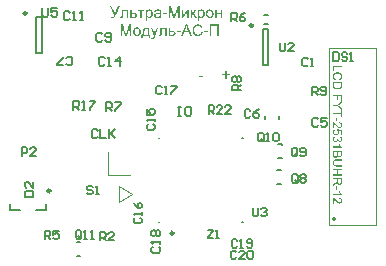
<source format=gto>
G04 Layer_Color=65535*
%FSLAX25Y25*%
%MOIN*%
G70*
G01*
G75*
%ADD31C,0.00984*%
%ADD32C,0.00787*%
%ADD55C,0.01000*%
%ADD56C,0.00394*%
%ADD57C,0.00591*%
%ADD58C,0.00606*%
G36*
X44961Y85531D02*
X44080D01*
Y83169D01*
X43616D01*
Y85531D01*
X42735D01*
Y85912D01*
X44961D01*
Y85531D01*
D02*
G37*
G36*
X49590Y85970D02*
X49627D01*
X49705Y85961D01*
X49795Y85953D01*
X49889Y85937D01*
X49984Y85916D01*
X50070Y85888D01*
X50074D01*
X50078Y85883D01*
X50090Y85879D01*
X50107Y85871D01*
X50143Y85855D01*
X50193Y85830D01*
X50246Y85802D01*
X50299Y85765D01*
X50348Y85724D01*
X50393Y85678D01*
X50398Y85674D01*
X50410Y85658D01*
X50430Y85629D01*
X50451Y85592D01*
X50476Y85547D01*
X50500Y85494D01*
X50525Y85432D01*
X50541Y85363D01*
Y85359D01*
X50545Y85338D01*
X50549Y85309D01*
X50553Y85264D01*
X50558Y85207D01*
X50562Y85133D01*
Y85088D01*
X50566Y85043D01*
Y84994D01*
Y84936D01*
Y84317D01*
Y84309D01*
Y84289D01*
Y84256D01*
Y84215D01*
Y84162D01*
Y84104D01*
X50570Y84039D01*
Y83973D01*
X50574Y83833D01*
Y83764D01*
X50578Y83698D01*
X50582Y83637D01*
X50586Y83583D01*
X50590Y83534D01*
X50594Y83497D01*
Y83489D01*
X50599Y83469D01*
X50607Y83436D01*
X50619Y83391D01*
X50635Y83341D01*
X50656Y83288D01*
X50681Y83227D01*
X50709Y83169D01*
X50225D01*
X50221Y83178D01*
X50213Y83194D01*
X50201Y83227D01*
X50188Y83268D01*
X50172Y83317D01*
X50156Y83374D01*
X50143Y83440D01*
X50135Y83514D01*
X50131Y83510D01*
X50123Y83505D01*
X50111Y83493D01*
X50090Y83477D01*
X50065Y83460D01*
X50041Y83436D01*
X49975Y83391D01*
X49897Y83337D01*
X49815Y83284D01*
X49725Y83239D01*
X49635Y83198D01*
X49631D01*
X49623Y83194D01*
X49610Y83190D01*
X49594Y83186D01*
X49573Y83178D01*
X49545Y83169D01*
X49483Y83153D01*
X49405Y83136D01*
X49319Y83120D01*
X49225Y83112D01*
X49123Y83108D01*
X49077D01*
X49049Y83112D01*
X49012Y83116D01*
X48967Y83120D01*
X48917Y83124D01*
X48868Y83136D01*
X48753Y83161D01*
X48639Y83198D01*
X48585Y83223D01*
X48528Y83255D01*
X48479Y83288D01*
X48430Y83325D01*
X48425Y83329D01*
X48417Y83337D01*
X48409Y83350D01*
X48393Y83366D01*
X48372Y83387D01*
X48352Y83415D01*
X48331Y83444D01*
X48311Y83481D01*
X48266Y83559D01*
X48225Y83657D01*
X48208Y83710D01*
X48200Y83768D01*
X48192Y83829D01*
X48188Y83891D01*
Y83895D01*
Y83899D01*
Y83924D01*
X48192Y83965D01*
X48200Y84014D01*
X48208Y84071D01*
X48225Y84133D01*
X48249Y84194D01*
X48278Y84260D01*
X48282Y84268D01*
X48294Y84289D01*
X48315Y84317D01*
X48344Y84358D01*
X48376Y84399D01*
X48417Y84444D01*
X48462Y84485D01*
X48516Y84526D01*
X48524Y84531D01*
X48544Y84543D01*
X48573Y84563D01*
X48614Y84584D01*
X48663Y84608D01*
X48721Y84633D01*
X48786Y84658D01*
X48852Y84678D01*
X48860D01*
X48877Y84686D01*
X48909Y84690D01*
X48954Y84703D01*
X49012Y84711D01*
X49086Y84723D01*
X49168Y84736D01*
X49266Y84748D01*
X49274D01*
X49291Y84752D01*
X49319Y84756D01*
X49356Y84760D01*
X49405Y84768D01*
X49459Y84777D01*
X49516Y84785D01*
X49582Y84793D01*
X49717Y84817D01*
X49852Y84846D01*
X49918Y84863D01*
X49984Y84879D01*
X50041Y84895D01*
X50094Y84912D01*
Y84916D01*
Y84928D01*
Y84945D01*
X50098Y84961D01*
Y85002D01*
Y85018D01*
Y85031D01*
Y85035D01*
Y85043D01*
Y85059D01*
Y85076D01*
X50090Y85125D01*
X50082Y85186D01*
X50065Y85252D01*
X50041Y85318D01*
X50008Y85379D01*
X49963Y85428D01*
X49955Y85437D01*
X49947Y85445D01*
X49930Y85453D01*
X49910Y85465D01*
X49889Y85478D01*
X49832Y85510D01*
X49758Y85539D01*
X49668Y85564D01*
X49561Y85580D01*
X49438Y85588D01*
X49385D01*
X49356Y85584D01*
X49327D01*
X49254Y85576D01*
X49176Y85560D01*
X49098Y85539D01*
X49020Y85510D01*
X48954Y85474D01*
X48946Y85469D01*
X48930Y85453D01*
X48901Y85420D01*
X48868Y85379D01*
X48831Y85326D01*
X48790Y85252D01*
X48758Y85170D01*
X48741Y85121D01*
X48725Y85068D01*
X48270Y85129D01*
Y85133D01*
X48274Y85141D01*
X48278Y85158D01*
X48282Y85178D01*
X48290Y85203D01*
X48298Y85232D01*
X48319Y85297D01*
X48348Y85371D01*
X48380Y85449D01*
X48421Y85527D01*
X48471Y85597D01*
Y85601D01*
X48479Y85605D01*
X48499Y85625D01*
X48532Y85658D01*
X48577Y85699D01*
X48635Y85744D01*
X48704Y85789D01*
X48786Y85834D01*
X48881Y85875D01*
X48885D01*
X48893Y85879D01*
X48909Y85883D01*
X48930Y85892D01*
X48954Y85900D01*
X48983Y85908D01*
X49020Y85916D01*
X49061Y85925D01*
X49102Y85933D01*
X49151Y85941D01*
X49258Y85957D01*
X49377Y85970D01*
X49504Y85974D01*
X49561D01*
X49590Y85970D01*
D02*
G37*
G36*
X40685Y84838D02*
X41328D01*
X41365Y84834D01*
X41414Y84830D01*
X41472Y84826D01*
X41533Y84817D01*
X41599Y84809D01*
X41743Y84785D01*
X41890Y84744D01*
X41964Y84719D01*
X42034Y84686D01*
X42099Y84654D01*
X42161Y84613D01*
X42165Y84608D01*
X42173Y84604D01*
X42189Y84588D01*
X42210Y84571D01*
X42235Y84551D01*
X42259Y84522D01*
X42288Y84490D01*
X42316Y84453D01*
X42345Y84412D01*
X42374Y84367D01*
X42399Y84313D01*
X42423Y84260D01*
X42444Y84202D01*
X42460Y84137D01*
X42468Y84071D01*
X42472Y83997D01*
Y83993D01*
Y83981D01*
Y83965D01*
X42468Y83940D01*
X42464Y83911D01*
X42460Y83874D01*
X42452Y83838D01*
X42439Y83797D01*
X42407Y83702D01*
X42386Y83653D01*
X42362Y83604D01*
X42333Y83555D01*
X42296Y83505D01*
X42255Y83456D01*
X42210Y83411D01*
X42206Y83407D01*
X42198Y83399D01*
X42181Y83391D01*
X42161Y83374D01*
X42132Y83354D01*
X42099Y83333D01*
X42058Y83313D01*
X42009Y83292D01*
X41956Y83268D01*
X41894Y83247D01*
X41824Y83227D01*
X41751Y83206D01*
X41669Y83190D01*
X41583Y83182D01*
X41484Y83173D01*
X41382Y83169D01*
X40221D01*
Y85912D01*
X40685D01*
Y84838D01*
D02*
G37*
G36*
X66814Y85970D02*
X66855D01*
X66904Y85961D01*
X66957Y85953D01*
X67019Y85941D01*
X67089Y85929D01*
X67158Y85908D01*
X67236Y85883D01*
X67310Y85851D01*
X67388Y85818D01*
X67466Y85773D01*
X67540Y85724D01*
X67614Y85666D01*
X67683Y85601D01*
X67687Y85597D01*
X67700Y85584D01*
X67716Y85564D01*
X67741Y85531D01*
X67765Y85494D01*
X67798Y85449D01*
X67831Y85396D01*
X67864Y85334D01*
X67896Y85264D01*
X67929Y85186D01*
X67962Y85105D01*
X67987Y85014D01*
X68011Y84916D01*
X68028Y84809D01*
X68040Y84694D01*
X68044Y84576D01*
Y84571D01*
Y84551D01*
Y84526D01*
X68040Y84490D01*
Y84444D01*
X68036Y84391D01*
X68032Y84334D01*
X68024Y84272D01*
X68007Y84141D01*
X67978Y84002D01*
X67937Y83866D01*
X67913Y83805D01*
X67884Y83743D01*
Y83739D01*
X67876Y83731D01*
X67868Y83715D01*
X67855Y83694D01*
X67839Y83670D01*
X67818Y83637D01*
X67765Y83571D01*
X67700Y83493D01*
X67622Y83415D01*
X67527Y83341D01*
X67421Y83272D01*
X67417D01*
X67409Y83264D01*
X67392Y83255D01*
X67368Y83247D01*
X67339Y83235D01*
X67306Y83218D01*
X67269Y83206D01*
X67224Y83190D01*
X67179Y83173D01*
X67126Y83161D01*
X67015Y83132D01*
X66892Y83116D01*
X66761Y83108D01*
X66736D01*
X66707Y83112D01*
X66666D01*
X66617Y83120D01*
X66560Y83128D01*
X66498Y83141D01*
X66429Y83153D01*
X66355Y83173D01*
X66281Y83198D01*
X66203Y83227D01*
X66125Y83264D01*
X66047Y83305D01*
X65974Y83354D01*
X65900Y83411D01*
X65830Y83477D01*
X65826Y83481D01*
X65814Y83493D01*
X65797Y83514D01*
X65777Y83547D01*
X65748Y83583D01*
X65719Y83628D01*
X65687Y83686D01*
X65654Y83747D01*
X65621Y83821D01*
X65588Y83899D01*
X65559Y83985D01*
X65531Y84079D01*
X65510Y84182D01*
X65494Y84293D01*
X65482Y84412D01*
X65477Y84539D01*
Y84543D01*
Y84547D01*
Y84571D01*
X65482Y84613D01*
X65486Y84662D01*
X65490Y84727D01*
X65498Y84801D01*
X65514Y84879D01*
X65531Y84965D01*
X65551Y85055D01*
X65580Y85150D01*
X65617Y85244D01*
X65654Y85338D01*
X65703Y85428D01*
X65760Y85514D01*
X65826Y85592D01*
X65900Y85666D01*
X65904Y85670D01*
X65916Y85678D01*
X65937Y85695D01*
X65961Y85715D01*
X65998Y85736D01*
X66039Y85765D01*
X66084Y85793D01*
X66142Y85822D01*
X66199Y85851D01*
X66265Y85875D01*
X66334Y85904D01*
X66412Y85925D01*
X66494Y85945D01*
X66576Y85961D01*
X66666Y85970D01*
X66761Y85974D01*
X66785D01*
X66814Y85970D01*
D02*
G37*
G36*
X39529Y83169D02*
X39065D01*
Y85531D01*
X37835D01*
Y84162D01*
Y84157D01*
Y84141D01*
Y84116D01*
Y84084D01*
Y84047D01*
Y84002D01*
X37831Y83952D01*
Y83903D01*
X37827Y83797D01*
X37823Y83694D01*
X37819Y83645D01*
X37815Y83600D01*
X37806Y83563D01*
X37802Y83530D01*
Y83522D01*
X37794Y83505D01*
X37786Y83477D01*
X37770Y83440D01*
X37745Y83399D01*
X37716Y83354D01*
X37679Y83309D01*
X37630Y83264D01*
X37622Y83259D01*
X37606Y83247D01*
X37573Y83227D01*
X37532Y83210D01*
X37474Y83190D01*
X37405Y83169D01*
X37327Y83157D01*
X37233Y83153D01*
X37171D01*
X37126Y83157D01*
X37069D01*
X37007Y83161D01*
X36937Y83165D01*
X36859Y83173D01*
Y83559D01*
X37110D01*
X37138Y83563D01*
X37208Y83571D01*
X37241Y83579D01*
X37265Y83587D01*
X37269D01*
X37273Y83592D01*
X37298Y83612D01*
X37327Y83641D01*
X37347Y83682D01*
Y83686D01*
X37351Y83698D01*
X37356Y83723D01*
Y83739D01*
X37360Y83760D01*
X37364Y83784D01*
Y83813D01*
X37368Y83846D01*
Y83887D01*
Y83932D01*
X37372Y83981D01*
Y84039D01*
Y84100D01*
Y85912D01*
X39529D01*
Y83169D01*
D02*
G37*
G36*
X110851Y37692D02*
Y37688D01*
Y37675D01*
Y37659D01*
Y37636D01*
X110848Y37606D01*
Y37570D01*
X110845Y37534D01*
X110838Y37491D01*
X110828Y37406D01*
X110812Y37311D01*
X110789Y37222D01*
X110756Y37137D01*
Y37134D01*
X110753Y37127D01*
X110746Y37117D01*
X110740Y37101D01*
X110717Y37065D01*
X110687Y37016D01*
X110648Y36963D01*
X110599Y36911D01*
X110540Y36858D01*
X110474Y36809D01*
X110471D01*
X110464Y36803D01*
X110454Y36799D01*
X110441Y36790D01*
X110425Y36780D01*
X110402Y36770D01*
X110353Y36747D01*
X110294Y36727D01*
X110225Y36707D01*
X110153Y36694D01*
X110074Y36688D01*
X110041D01*
X110005Y36694D01*
X109956Y36701D01*
X109900Y36714D01*
X109838Y36734D01*
X109775Y36760D01*
X109710Y36796D01*
X109707D01*
X109703Y36799D01*
X109693Y36806D01*
X109680Y36816D01*
X109651Y36839D01*
X109611Y36875D01*
X109569Y36917D01*
X109523Y36973D01*
X109477Y37036D01*
X109434Y37111D01*
Y37108D01*
X109431Y37098D01*
X109424Y37085D01*
X109418Y37065D01*
X109408Y37042D01*
X109398Y37016D01*
X109369Y36957D01*
X109333Y36888D01*
X109283Y36819D01*
X109228Y36750D01*
X109159Y36691D01*
X109155Y36688D01*
X109149Y36685D01*
X109139Y36678D01*
X109126Y36668D01*
X109106Y36655D01*
X109083Y36642D01*
X109057Y36629D01*
X109028Y36616D01*
X108962Y36589D01*
X108883Y36563D01*
X108795Y36547D01*
X108749Y36540D01*
X108663D01*
X108644Y36544D01*
X108624D01*
X108572Y36550D01*
X108509Y36563D01*
X108444Y36580D01*
X108372Y36603D01*
X108303Y36632D01*
X108299D01*
X108296Y36635D01*
X108286Y36642D01*
X108273Y36648D01*
X108240Y36668D01*
X108201Y36694D01*
X108155Y36724D01*
X108109Y36763D01*
X108063Y36806D01*
X108021Y36855D01*
X108017Y36862D01*
X108004Y36878D01*
X107988Y36908D01*
X107965Y36947D01*
X107942Y36993D01*
X107916Y37049D01*
X107893Y37114D01*
X107873Y37186D01*
Y37190D01*
X107870Y37196D01*
Y37206D01*
X107867Y37222D01*
X107863Y37242D01*
X107857Y37265D01*
X107853Y37291D01*
X107850Y37321D01*
X107843Y37354D01*
X107840Y37393D01*
X107830Y37475D01*
X107827Y37570D01*
X107824Y37675D01*
Y38826D01*
X110851D01*
Y37692D01*
D02*
G37*
G36*
X59696Y83169D02*
X59233D01*
Y85248D01*
X57942Y83169D01*
X57446D01*
Y85912D01*
X57909D01*
Y83817D01*
X59200Y85912D01*
X59696D01*
Y83169D01*
D02*
G37*
G36*
X52530Y84305D02*
X51099D01*
Y84772D01*
X52530D01*
Y84305D01*
D02*
G37*
G36*
X56699Y83169D02*
X56216D01*
Y86339D01*
X55108Y83169D01*
X54658D01*
X53567Y86392D01*
Y83169D01*
X53083D01*
Y86954D01*
X53833D01*
X54731Y84272D01*
Y84268D01*
X54735Y84256D01*
X54744Y84235D01*
X54752Y84211D01*
X54760Y84182D01*
X54772Y84145D01*
X54801Y84063D01*
X54830Y83973D01*
X54858Y83879D01*
X54887Y83793D01*
X54899Y83751D01*
X54912Y83715D01*
Y83719D01*
X54916Y83723D01*
X54920Y83735D01*
X54924Y83751D01*
X54932Y83776D01*
X54940Y83801D01*
X54949Y83833D01*
X54961Y83866D01*
X54973Y83907D01*
X54990Y83952D01*
X55006Y84002D01*
X55022Y84059D01*
X55043Y84116D01*
X55063Y84182D01*
X55088Y84248D01*
X55113Y84321D01*
X56023Y86954D01*
X56699D01*
Y83169D01*
D02*
G37*
G36*
X110851Y35583D02*
X109037D01*
X109005Y35579D01*
X108969D01*
X108926Y35576D01*
X108883Y35573D01*
X108788Y35566D01*
X108693Y35553D01*
X108601Y35533D01*
X108559Y35524D01*
X108522Y35510D01*
X108519D01*
X108516Y35507D01*
X108506Y35504D01*
X108493Y35497D01*
X108457Y35478D01*
X108417Y35451D01*
X108368Y35418D01*
X108322Y35376D01*
X108276Y35323D01*
X108234Y35261D01*
Y35258D01*
X108231Y35251D01*
X108224Y35241D01*
X108217Y35228D01*
X108211Y35212D01*
X108204Y35189D01*
X108194Y35166D01*
X108185Y35140D01*
X108168Y35074D01*
X108152Y34999D01*
X108139Y34913D01*
X108135Y34822D01*
Y34815D01*
Y34802D01*
Y34779D01*
X108139Y34749D01*
X108142Y34713D01*
X108145Y34671D01*
X108152Y34625D01*
X108162Y34576D01*
X108185Y34474D01*
X108201Y34421D01*
X108221Y34369D01*
X108244Y34320D01*
X108270Y34274D01*
X108299Y34231D01*
X108335Y34192D01*
X108339Y34189D01*
X108345Y34182D01*
X108359Y34175D01*
X108375Y34162D01*
X108398Y34149D01*
X108427Y34133D01*
X108463Y34113D01*
X108506Y34097D01*
X108555Y34080D01*
X108611Y34061D01*
X108673Y34044D01*
X108742Y34031D01*
X108821Y34018D01*
X108906Y34008D01*
X109001Y34005D01*
X109103Y34001D01*
X110851D01*
Y33601D01*
X109028D01*
X108988Y33605D01*
X108946Y33608D01*
X108896Y33611D01*
X108841Y33615D01*
X108726Y33628D01*
X108605Y33644D01*
X108486Y33670D01*
X108431Y33687D01*
X108378Y33706D01*
X108375D01*
X108365Y33710D01*
X108352Y33716D01*
X108332Y33726D01*
X108309Y33739D01*
X108283Y33752D01*
X108224Y33792D01*
X108188Y33815D01*
X108155Y33841D01*
X108116Y33874D01*
X108080Y33906D01*
X108044Y33946D01*
X108008Y33985D01*
X107975Y34031D01*
X107942Y34080D01*
X107939Y34084D01*
X107935Y34093D01*
X107925Y34106D01*
X107916Y34130D01*
X107903Y34156D01*
X107889Y34189D01*
X107873Y34225D01*
X107860Y34271D01*
X107843Y34316D01*
X107827Y34369D01*
X107814Y34428D01*
X107801Y34490D01*
X107791Y34559D01*
X107781Y34631D01*
X107778Y34707D01*
X107775Y34785D01*
Y34789D01*
Y34805D01*
Y34828D01*
X107778Y34858D01*
Y34894D01*
X107781Y34933D01*
X107788Y34982D01*
X107794Y35032D01*
X107811Y35143D01*
X107837Y35261D01*
X107873Y35376D01*
X107893Y35432D01*
X107919Y35484D01*
X107922Y35487D01*
X107925Y35497D01*
X107935Y35510D01*
X107945Y35527D01*
X107962Y35550D01*
X107981Y35576D01*
X108001Y35602D01*
X108027Y35632D01*
X108086Y35697D01*
X108158Y35760D01*
X108244Y35819D01*
X108293Y35845D01*
X108342Y35868D01*
X108345D01*
X108355Y35871D01*
X108372Y35878D01*
X108395Y35884D01*
X108421Y35894D01*
X108457Y35904D01*
X108496Y35914D01*
X108542Y35924D01*
X108595Y35937D01*
X108650Y35947D01*
X108713Y35956D01*
X108782Y35963D01*
X108854Y35973D01*
X108932Y35976D01*
X109014Y35983D01*
X110851D01*
Y35583D01*
D02*
G37*
G36*
Y32519D02*
X109608D01*
Y30948D01*
X110851D01*
Y30548D01*
X107824D01*
Y30948D01*
X109251D01*
Y32519D01*
X107824D01*
Y32919D01*
X110851D01*
Y32519D01*
D02*
G37*
G36*
X107906Y48414D02*
X107945Y48411D01*
X107988Y48401D01*
X108034Y48391D01*
X108080Y48375D01*
X108083D01*
X108089Y48371D01*
X108099Y48368D01*
X108116Y48361D01*
X108132Y48351D01*
X108155Y48342D01*
X108208Y48315D01*
X108270Y48283D01*
X108339Y48240D01*
X108411Y48191D01*
X108483Y48132D01*
X108486Y48129D01*
X108493Y48125D01*
X108503Y48115D01*
X108519Y48099D01*
X108536Y48083D01*
X108559Y48060D01*
X108585Y48037D01*
X108614Y48007D01*
X108647Y47974D01*
X108680Y47938D01*
X108719Y47899D01*
X108759Y47853D01*
X108801Y47807D01*
X108844Y47755D01*
X108890Y47702D01*
X108939Y47643D01*
X108942Y47637D01*
X108959Y47620D01*
X108978Y47597D01*
X109008Y47564D01*
X109041Y47525D01*
X109080Y47479D01*
X109123Y47427D01*
X109172Y47374D01*
X109274Y47263D01*
X109382Y47154D01*
X109434Y47102D01*
X109487Y47053D01*
X109536Y47010D01*
X109582Y46974D01*
X109585Y46971D01*
X109592Y46967D01*
X109605Y46957D01*
X109621Y46948D01*
X109644Y46931D01*
X109667Y46918D01*
X109726Y46885D01*
X109795Y46853D01*
X109871Y46823D01*
X109949Y46803D01*
X109989Y46800D01*
X110028Y46797D01*
X110051D01*
X110064Y46800D01*
X110084D01*
X110107Y46807D01*
X110156Y46817D01*
X110215Y46836D01*
X110277Y46866D01*
X110310Y46882D01*
X110340Y46905D01*
X110369Y46928D01*
X110399Y46957D01*
X110402Y46961D01*
X110405Y46964D01*
X110412Y46974D01*
X110422Y46987D01*
X110435Y47003D01*
X110448Y47023D01*
X110477Y47069D01*
X110504Y47131D01*
X110530Y47200D01*
X110546Y47282D01*
X110553Y47328D01*
Y47374D01*
Y47377D01*
Y47387D01*
Y47400D01*
X110549Y47420D01*
Y47443D01*
X110543Y47469D01*
X110533Y47528D01*
X110513Y47597D01*
X110484Y47669D01*
X110464Y47705D01*
X110445Y47741D01*
X110418Y47774D01*
X110389Y47807D01*
X110386Y47810D01*
X110382Y47814D01*
X110372Y47820D01*
X110359Y47833D01*
X110343Y47843D01*
X110323Y47856D01*
X110300Y47873D01*
X110274Y47886D01*
X110245Y47902D01*
X110212Y47915D01*
X110133Y47941D01*
X110048Y47961D01*
X109999Y47965D01*
X109946Y47968D01*
X109985Y48348D01*
X109992D01*
X110005Y48345D01*
X110025Y48342D01*
X110054Y48338D01*
X110090Y48332D01*
X110133Y48322D01*
X110179Y48312D01*
X110228Y48296D01*
X110277Y48279D01*
X110333Y48260D01*
X110386Y48233D01*
X110438Y48207D01*
X110494Y48174D01*
X110543Y48138D01*
X110592Y48099D01*
X110635Y48053D01*
X110638Y48050D01*
X110645Y48040D01*
X110654Y48027D01*
X110671Y48007D01*
X110687Y47981D01*
X110707Y47948D01*
X110727Y47912D01*
X110750Y47869D01*
X110769Y47824D01*
X110789Y47771D01*
X110809Y47715D01*
X110825Y47653D01*
X110841Y47587D01*
X110851Y47518D01*
X110858Y47443D01*
X110861Y47364D01*
Y47358D01*
Y47345D01*
Y47322D01*
X110858Y47292D01*
X110855Y47256D01*
X110848Y47213D01*
X110841Y47164D01*
X110832Y47115D01*
X110819Y47059D01*
X110802Y47003D01*
X110782Y46944D01*
X110759Y46889D01*
X110730Y46830D01*
X110697Y46774D01*
X110661Y46721D01*
X110618Y46672D01*
X110615Y46669D01*
X110609Y46662D01*
X110592Y46649D01*
X110576Y46633D01*
X110553Y46613D01*
X110523Y46590D01*
X110491Y46567D01*
X110451Y46544D01*
X110412Y46521D01*
X110366Y46498D01*
X110317Y46475D01*
X110264Y46456D01*
X110205Y46439D01*
X110146Y46426D01*
X110084Y46420D01*
X110018Y46416D01*
X109989D01*
X109953Y46420D01*
X109907Y46426D01*
X109851Y46436D01*
X109792Y46449D01*
X109726Y46466D01*
X109661Y46492D01*
X109657D01*
X109654Y46495D01*
X109644Y46498D01*
X109631Y46505D01*
X109595Y46525D01*
X109549Y46551D01*
X109493Y46587D01*
X109431Y46630D01*
X109365Y46679D01*
X109293Y46741D01*
X109290Y46744D01*
X109283Y46748D01*
X109274Y46761D01*
X109257Y46774D01*
X109238Y46793D01*
X109215Y46817D01*
X109185Y46843D01*
X109155Y46876D01*
X109119Y46915D01*
X109080Y46957D01*
X109034Y47003D01*
X108988Y47056D01*
X108936Y47112D01*
X108883Y47174D01*
X108824Y47243D01*
X108762Y47315D01*
X108759Y47318D01*
X108749Y47328D01*
X108736Y47348D01*
X108716Y47368D01*
X108693Y47397D01*
X108667Y47427D01*
X108608Y47495D01*
X108545Y47568D01*
X108480Y47637D01*
X108450Y47669D01*
X108424Y47699D01*
X108398Y47725D01*
X108378Y47745D01*
X108375Y47748D01*
X108362Y47761D01*
X108342Y47778D01*
X108316Y47800D01*
X108286Y47827D01*
X108254Y47853D01*
X108181Y47905D01*
Y46413D01*
X107824D01*
Y48417D01*
X107873D01*
X107906Y48414D01*
D02*
G37*
G36*
X109106Y48673D02*
X108732D01*
Y49818D01*
X109106D01*
Y48673D01*
D02*
G37*
G36*
X108647Y45623D02*
X108644D01*
X108634Y45619D01*
X108621Y45616D01*
X108601Y45613D01*
X108578Y45609D01*
X108549Y45600D01*
X108486Y45583D01*
X108417Y45557D01*
X108345Y45521D01*
X108280Y45478D01*
X108250Y45452D01*
X108221Y45426D01*
Y45423D01*
X108214Y45419D01*
X108208Y45409D01*
X108198Y45396D01*
X108175Y45364D01*
X108152Y45318D01*
X108126Y45262D01*
X108103Y45196D01*
X108086Y45124D01*
X108083Y45085D01*
X108080Y45042D01*
Y45039D01*
Y45029D01*
Y45016D01*
X108083Y44996D01*
X108086Y44973D01*
X108089Y44947D01*
X108106Y44885D01*
X108129Y44812D01*
X108145Y44776D01*
X108165Y44737D01*
X108188Y44698D01*
X108214Y44662D01*
X108244Y44625D01*
X108280Y44589D01*
X108283Y44586D01*
X108290Y44583D01*
X108299Y44573D01*
X108316Y44560D01*
X108339Y44547D01*
X108362Y44530D01*
X108391Y44514D01*
X108424Y44494D01*
X108460Y44478D01*
X108500Y44462D01*
X108545Y44445D01*
X108591Y44432D01*
X108644Y44419D01*
X108700Y44409D01*
X108755Y44406D01*
X108818Y44402D01*
X108847D01*
X108870Y44406D01*
X108896Y44409D01*
X108929Y44412D01*
X108962Y44419D01*
X109001Y44425D01*
X109080Y44445D01*
X109165Y44478D01*
X109205Y44497D01*
X109244Y44524D01*
X109283Y44550D01*
X109319Y44583D01*
X109323Y44586D01*
X109326Y44589D01*
X109336Y44603D01*
X109349Y44616D01*
X109362Y44632D01*
X109379Y44655D01*
X109395Y44678D01*
X109415Y44708D01*
X109431Y44740D01*
X109447Y44773D01*
X109477Y44855D01*
X109490Y44898D01*
X109500Y44947D01*
X109503Y44996D01*
X109506Y45049D01*
Y45052D01*
Y45055D01*
Y45065D01*
Y45078D01*
X109503Y45114D01*
X109497Y45157D01*
X109487Y45209D01*
X109470Y45265D01*
X109451Y45321D01*
X109421Y45377D01*
X109418Y45383D01*
X109408Y45399D01*
X109388Y45426D01*
X109365Y45459D01*
X109333Y45491D01*
X109297Y45531D01*
X109254Y45567D01*
X109208Y45600D01*
X109257Y45947D01*
X110812Y45655D01*
Y44150D01*
X110458D01*
Y45360D01*
X109644Y45521D01*
X109648Y45518D01*
X109654Y45508D01*
X109661Y45495D01*
X109674Y45475D01*
X109687Y45449D01*
X109703Y45419D01*
X109723Y45386D01*
X109739Y45347D01*
X109756Y45308D01*
X109775Y45262D01*
X109805Y45167D01*
X109818Y45114D01*
X109828Y45062D01*
X109831Y45006D01*
X109835Y44950D01*
Y44947D01*
Y44934D01*
X109831Y44911D01*
Y44885D01*
X109825Y44852D01*
X109821Y44812D01*
X109811Y44767D01*
X109802Y44721D01*
X109785Y44668D01*
X109769Y44616D01*
X109746Y44560D01*
X109720Y44504D01*
X109687Y44448D01*
X109651Y44393D01*
X109608Y44337D01*
X109559Y44284D01*
X109556Y44281D01*
X109546Y44271D01*
X109529Y44258D01*
X109510Y44242D01*
X109484Y44219D01*
X109447Y44196D01*
X109411Y44173D01*
X109369Y44147D01*
X109319Y44120D01*
X109264Y44097D01*
X109208Y44071D01*
X109142Y44051D01*
X109077Y44035D01*
X109005Y44022D01*
X108929Y44012D01*
X108851Y44009D01*
X108811D01*
X108782Y44012D01*
X108746Y44015D01*
X108706Y44022D01*
X108660Y44028D01*
X108608Y44038D01*
X108555Y44051D01*
X108496Y44068D01*
X108437Y44087D01*
X108378Y44111D01*
X108319Y44137D01*
X108257Y44170D01*
X108198Y44206D01*
X108142Y44248D01*
X108139Y44251D01*
X108126Y44261D01*
X108109Y44278D01*
X108086Y44301D01*
X108057Y44330D01*
X108027Y44366D01*
X107991Y44409D01*
X107958Y44458D01*
X107925Y44511D01*
X107889Y44570D01*
X107860Y44635D01*
X107834Y44708D01*
X107807Y44783D01*
X107791Y44865D01*
X107778Y44950D01*
X107775Y45042D01*
Y45045D01*
Y45062D01*
Y45081D01*
X107778Y45111D01*
X107781Y45147D01*
X107788Y45186D01*
X107794Y45232D01*
X107804Y45281D01*
X107814Y45334D01*
X107830Y45390D01*
X107850Y45445D01*
X107873Y45501D01*
X107899Y45557D01*
X107929Y45613D01*
X107965Y45665D01*
X108004Y45718D01*
X108008Y45721D01*
X108014Y45728D01*
X108027Y45741D01*
X108047Y45757D01*
X108070Y45780D01*
X108096Y45803D01*
X108129Y45826D01*
X108168Y45852D01*
X108208Y45878D01*
X108254Y45905D01*
X108306Y45928D01*
X108359Y45951D01*
X108417Y45974D01*
X108480Y45990D01*
X108549Y46003D01*
X108618Y46013D01*
X108647Y45623D01*
D02*
G37*
G36*
X110103Y41024D02*
X110107Y41014D01*
X110117Y40998D01*
X110126Y40975D01*
X110140Y40949D01*
X110159Y40916D01*
X110179Y40880D01*
X110199Y40844D01*
X110251Y40758D01*
X110313Y40666D01*
X110379Y40571D01*
X110454Y40483D01*
X110458Y40479D01*
X110464Y40473D01*
X110474Y40460D01*
X110491Y40444D01*
X110510Y40427D01*
X110530Y40404D01*
X110586Y40355D01*
X110645Y40299D01*
X110714Y40243D01*
X110786Y40194D01*
X110861Y40152D01*
Y39912D01*
X107824D01*
Y40283D01*
X110189D01*
X110182Y40289D01*
X110166Y40306D01*
X110143Y40335D01*
X110110Y40378D01*
X110071Y40427D01*
X110028Y40489D01*
X109982Y40558D01*
X109933Y40637D01*
Y40640D01*
X109926Y40647D01*
X109920Y40657D01*
X109913Y40673D01*
X109900Y40693D01*
X109890Y40716D01*
X109861Y40768D01*
X109831Y40827D01*
X109798Y40893D01*
X109769Y40962D01*
X109743Y41027D01*
X110100D01*
X110103Y41024D01*
D02*
G37*
G36*
X108673Y43290D02*
X108670D01*
X108660Y43287D01*
X108644Y43284D01*
X108621Y43277D01*
X108595Y43271D01*
X108565Y43264D01*
X108496Y43241D01*
X108421Y43212D01*
X108345Y43176D01*
X108276Y43130D01*
X108247Y43104D01*
X108217Y43077D01*
Y43074D01*
X108211Y43071D01*
X108204Y43061D01*
X108194Y43051D01*
X108175Y43018D01*
X108149Y42972D01*
X108122Y42917D01*
X108103Y42854D01*
X108086Y42779D01*
X108080Y42700D01*
Y42697D01*
Y42687D01*
Y42674D01*
X108083Y42654D01*
X108086Y42634D01*
X108089Y42605D01*
X108103Y42546D01*
X108122Y42474D01*
X108155Y42398D01*
X108178Y42362D01*
X108201Y42326D01*
X108227Y42290D01*
X108260Y42254D01*
X108263Y42251D01*
X108270Y42247D01*
X108280Y42238D01*
X108293Y42224D01*
X108309Y42211D01*
X108332Y42198D01*
X108355Y42182D01*
X108385Y42162D01*
X108450Y42129D01*
X108526Y42103D01*
X108614Y42080D01*
X108660Y42077D01*
X108709Y42074D01*
X108736D01*
X108752Y42077D01*
X108775Y42080D01*
X108798Y42083D01*
X108857Y42093D01*
X108926Y42116D01*
X108995Y42146D01*
X109031Y42165D01*
X109064Y42188D01*
X109097Y42215D01*
X109129Y42244D01*
X109133Y42247D01*
X109136Y42251D01*
X109146Y42261D01*
X109155Y42274D01*
X109169Y42290D01*
X109182Y42310D01*
X109215Y42359D01*
X109244Y42421D01*
X109270Y42494D01*
X109290Y42575D01*
X109293Y42621D01*
X109297Y42667D01*
Y42671D01*
Y42687D01*
X109293Y42710D01*
Y42739D01*
X109287Y42779D01*
X109280Y42821D01*
X109270Y42874D01*
X109257Y42930D01*
X109582Y42890D01*
Y42887D01*
Y42884D01*
X109579Y42867D01*
X109575Y42848D01*
Y42828D01*
Y42825D01*
Y42818D01*
Y42805D01*
X109579Y42789D01*
Y42766D01*
X109582Y42743D01*
X109592Y42687D01*
X109605Y42621D01*
X109628Y42549D01*
X109657Y42474D01*
X109700Y42402D01*
Y42398D01*
X109707Y42392D01*
X109713Y42385D01*
X109723Y42372D01*
X109753Y42339D01*
X109795Y42303D01*
X109848Y42270D01*
X109913Y42238D01*
X109949Y42224D01*
X109992Y42218D01*
X110035Y42211D01*
X110081Y42208D01*
X110100D01*
X110117Y42211D01*
X110153Y42215D01*
X110202Y42224D01*
X110254Y42241D01*
X110310Y42267D01*
X110369Y42303D01*
X110395Y42323D01*
X110422Y42349D01*
X110428Y42356D01*
X110441Y42375D01*
X110464Y42405D01*
X110491Y42444D01*
X110513Y42497D01*
X110536Y42559D01*
X110549Y42628D01*
X110556Y42707D01*
Y42710D01*
Y42717D01*
Y42726D01*
X110553Y42743D01*
Y42762D01*
X110549Y42782D01*
X110540Y42835D01*
X110523Y42890D01*
X110497Y42953D01*
X110464Y43012D01*
X110418Y43071D01*
X110412Y43077D01*
X110392Y43094D01*
X110363Y43120D01*
X110317Y43146D01*
X110261Y43179D01*
X110189Y43209D01*
X110107Y43235D01*
X110012Y43254D01*
X110077Y43625D01*
X110081D01*
X110094Y43622D01*
X110113Y43619D01*
X110140Y43612D01*
X110169Y43602D01*
X110205Y43592D01*
X110245Y43579D01*
X110287Y43563D01*
X110382Y43520D01*
X110428Y43497D01*
X110477Y43468D01*
X110523Y43435D01*
X110569Y43399D01*
X110615Y43359D01*
X110654Y43317D01*
X110658Y43314D01*
X110664Y43307D01*
X110674Y43290D01*
X110687Y43274D01*
X110704Y43248D01*
X110720Y43222D01*
X110740Y43189D01*
X110759Y43150D01*
X110776Y43110D01*
X110795Y43064D01*
X110812Y43015D01*
X110828Y42963D01*
X110841Y42903D01*
X110851Y42844D01*
X110858Y42782D01*
X110861Y42717D01*
Y42713D01*
Y42707D01*
Y42693D01*
Y42674D01*
X110858Y42651D01*
X110855Y42628D01*
X110848Y42566D01*
X110835Y42497D01*
X110815Y42418D01*
X110789Y42339D01*
X110753Y42261D01*
Y42257D01*
X110750Y42251D01*
X110743Y42241D01*
X110733Y42224D01*
X110710Y42188D01*
X110677Y42143D01*
X110635Y42090D01*
X110586Y42037D01*
X110530Y41985D01*
X110464Y41939D01*
X110461D01*
X110458Y41936D01*
X110445Y41929D01*
X110431Y41923D01*
X110415Y41913D01*
X110395Y41903D01*
X110346Y41883D01*
X110287Y41864D01*
X110222Y41844D01*
X110149Y41831D01*
X110074Y41828D01*
X110041D01*
X110002Y41834D01*
X109956Y41841D01*
X109900Y41854D01*
X109841Y41873D01*
X109779Y41900D01*
X109716Y41936D01*
X109713D01*
X109710Y41939D01*
X109690Y41956D01*
X109661Y41978D01*
X109625Y42015D01*
X109582Y42057D01*
X109539Y42113D01*
X109500Y42175D01*
X109461Y42247D01*
Y42244D01*
X109457Y42234D01*
X109454Y42221D01*
X109447Y42202D01*
X109441Y42182D01*
X109431Y42156D01*
X109405Y42093D01*
X109369Y42028D01*
X109326Y41959D01*
X109270Y41890D01*
X109201Y41831D01*
X109198Y41828D01*
X109192Y41824D01*
X109182Y41818D01*
X109165Y41808D01*
X109149Y41795D01*
X109126Y41782D01*
X109100Y41769D01*
X109067Y41756D01*
X109034Y41742D01*
X108998Y41729D01*
X108916Y41703D01*
X108821Y41687D01*
X108768Y41680D01*
X108700D01*
X108677Y41683D01*
X108650D01*
X108614Y41690D01*
X108575Y41696D01*
X108532Y41703D01*
X108483Y41716D01*
X108431Y41732D01*
X108378Y41752D01*
X108322Y41775D01*
X108267Y41805D01*
X108208Y41837D01*
X108152Y41877D01*
X108096Y41919D01*
X108044Y41972D01*
X108040Y41975D01*
X108030Y41985D01*
X108017Y42001D01*
X108001Y42024D01*
X107981Y42051D01*
X107958Y42087D01*
X107932Y42126D01*
X107909Y42172D01*
X107883Y42221D01*
X107857Y42277D01*
X107834Y42336D01*
X107814Y42402D01*
X107798Y42470D01*
X107784Y42543D01*
X107775Y42618D01*
X107771Y42700D01*
Y42703D01*
Y42717D01*
X107775Y42739D01*
Y42766D01*
X107778Y42802D01*
X107784Y42841D01*
X107791Y42884D01*
X107801Y42933D01*
X107814Y42985D01*
X107830Y43038D01*
X107847Y43094D01*
X107870Y43150D01*
X107899Y43205D01*
X107929Y43258D01*
X107965Y43314D01*
X108008Y43363D01*
X108011Y43366D01*
X108017Y43372D01*
X108030Y43386D01*
X108050Y43405D01*
X108073Y43425D01*
X108103Y43448D01*
X108135Y43471D01*
X108175Y43497D01*
X108214Y43523D01*
X108263Y43550D01*
X108313Y43576D01*
X108368Y43599D01*
X108427Y43619D01*
X108490Y43638D01*
X108555Y43651D01*
X108624Y43661D01*
X108673Y43290D01*
D02*
G37*
G36*
X110851Y50037D02*
X110494D01*
Y51035D01*
X107824D01*
Y51435D01*
X110494D01*
Y52432D01*
X110851D01*
Y50037D01*
D02*
G37*
G36*
X109438Y65001D02*
X109480Y64998D01*
X109529Y64994D01*
X109582Y64988D01*
X109641Y64981D01*
X109703Y64971D01*
X109769Y64961D01*
X109910Y64929D01*
X109979Y64906D01*
X110048Y64883D01*
X110120Y64856D01*
X110185Y64824D01*
X110189Y64820D01*
X110202Y64814D01*
X110218Y64804D01*
X110245Y64791D01*
X110274Y64771D01*
X110307Y64748D01*
X110343Y64722D01*
X110386Y64692D01*
X110425Y64656D01*
X110471Y64620D01*
X110513Y64578D01*
X110559Y64532D01*
X110602Y64483D01*
X110645Y64430D01*
X110684Y64371D01*
X110720Y64312D01*
X110723Y64309D01*
X110727Y64296D01*
X110737Y64279D01*
X110750Y64253D01*
X110763Y64223D01*
X110779Y64184D01*
X110795Y64141D01*
X110812Y64095D01*
X110828Y64043D01*
X110845Y63984D01*
X110861Y63925D01*
X110874Y63859D01*
X110897Y63725D01*
X110900Y63653D01*
X110904Y63577D01*
Y63571D01*
Y63558D01*
Y63535D01*
X110900Y63502D01*
X110897Y63463D01*
X110891Y63417D01*
X110884Y63367D01*
X110874Y63312D01*
X110861Y63253D01*
X110848Y63190D01*
X110828Y63128D01*
X110805Y63062D01*
X110779Y62997D01*
X110746Y62934D01*
X110714Y62872D01*
X110671Y62813D01*
X110668Y62810D01*
X110661Y62800D01*
X110648Y62783D01*
X110628Y62764D01*
X110605Y62738D01*
X110576Y62708D01*
X110543Y62679D01*
X110504Y62643D01*
X110461Y62606D01*
X110412Y62570D01*
X110359Y62534D01*
X110300Y62501D01*
X110238Y62465D01*
X110169Y62436D01*
X110097Y62406D01*
X110021Y62380D01*
X109930Y62774D01*
X109933D01*
X109943Y62780D01*
X109962Y62783D01*
X109985Y62793D01*
X110012Y62803D01*
X110041Y62820D01*
X110113Y62852D01*
X110192Y62895D01*
X110274Y62951D01*
X110349Y63010D01*
X110382Y63046D01*
X110412Y63082D01*
X110415Y63085D01*
X110418Y63092D01*
X110425Y63102D01*
X110435Y63118D01*
X110448Y63138D01*
X110461Y63161D01*
X110474Y63187D01*
X110487Y63220D01*
X110500Y63256D01*
X110513Y63292D01*
X110540Y63377D01*
X110556Y63476D01*
X110563Y63528D01*
Y63584D01*
Y63587D01*
Y63600D01*
Y63617D01*
X110559Y63643D01*
X110556Y63672D01*
X110553Y63709D01*
X110549Y63748D01*
X110543Y63787D01*
X110520Y63882D01*
X110491Y63981D01*
X110471Y64030D01*
X110448Y64079D01*
X110422Y64125D01*
X110392Y64171D01*
X110389Y64174D01*
X110386Y64181D01*
X110376Y64194D01*
X110363Y64210D01*
X110346Y64227D01*
X110323Y64250D01*
X110300Y64273D01*
X110274Y64299D01*
X110241Y64325D01*
X110208Y64355D01*
X110133Y64407D01*
X110044Y64456D01*
X109943Y64499D01*
X109939D01*
X109930Y64502D01*
X109913Y64509D01*
X109894Y64512D01*
X109867Y64519D01*
X109838Y64529D01*
X109802Y64535D01*
X109766Y64545D01*
X109723Y64555D01*
X109677Y64561D01*
X109579Y64578D01*
X109474Y64587D01*
X109362Y64591D01*
X109326D01*
X109297Y64587D01*
X109264D01*
X109224Y64584D01*
X109182Y64581D01*
X109133Y64578D01*
X109080Y64571D01*
X109028Y64565D01*
X108913Y64545D01*
X108798Y64515D01*
X108686Y64479D01*
X108683D01*
X108673Y64473D01*
X108660Y64466D01*
X108641Y64460D01*
X108614Y64447D01*
X108588Y64430D01*
X108526Y64394D01*
X108454Y64345D01*
X108385Y64286D01*
X108316Y64214D01*
X108286Y64174D01*
X108257Y64132D01*
Y64128D01*
X108250Y64122D01*
X108244Y64109D01*
X108234Y64089D01*
X108224Y64066D01*
X108211Y64040D01*
X108201Y64010D01*
X108188Y63977D01*
X108162Y63902D01*
X108139Y63814D01*
X108122Y63718D01*
X108119Y63669D01*
X108116Y63617D01*
Y63613D01*
Y63600D01*
Y63584D01*
X108119Y63561D01*
X108122Y63531D01*
X108126Y63499D01*
X108132Y63459D01*
X108139Y63420D01*
X108162Y63328D01*
X108178Y63282D01*
X108198Y63233D01*
X108221Y63184D01*
X108247Y63138D01*
X108276Y63092D01*
X108309Y63046D01*
X108313Y63043D01*
X108319Y63036D01*
X108329Y63023D01*
X108345Y63007D01*
X108365Y62990D01*
X108391Y62967D01*
X108421Y62944D01*
X108454Y62918D01*
X108493Y62892D01*
X108536Y62866D01*
X108581Y62839D01*
X108634Y62813D01*
X108690Y62790D01*
X108752Y62767D01*
X108818Y62744D01*
X108887Y62728D01*
X108785Y62328D01*
X108778D01*
X108762Y62334D01*
X108739Y62341D01*
X108703Y62354D01*
X108663Y62367D01*
X108614Y62387D01*
X108562Y62406D01*
X108506Y62433D01*
X108444Y62462D01*
X108385Y62495D01*
X108319Y62531D01*
X108257Y62574D01*
X108198Y62620D01*
X108139Y62669D01*
X108083Y62725D01*
X108030Y62783D01*
X108027Y62787D01*
X108021Y62800D01*
X108008Y62816D01*
X107991Y62843D01*
X107971Y62872D01*
X107949Y62911D01*
X107925Y62954D01*
X107903Y63007D01*
X107880Y63062D01*
X107857Y63121D01*
X107834Y63187D01*
X107814Y63259D01*
X107798Y63335D01*
X107784Y63413D01*
X107778Y63495D01*
X107775Y63584D01*
Y63590D01*
Y63607D01*
Y63630D01*
X107778Y63666D01*
X107781Y63705D01*
X107784Y63754D01*
X107791Y63807D01*
X107801Y63866D01*
X107811Y63928D01*
X107824Y63994D01*
X107840Y64060D01*
X107857Y64125D01*
X107880Y64194D01*
X107906Y64259D01*
X107935Y64322D01*
X107971Y64381D01*
X107975Y64384D01*
X107981Y64394D01*
X107991Y64410D01*
X108008Y64430D01*
X108030Y64456D01*
X108053Y64486D01*
X108083Y64519D01*
X108119Y64555D01*
X108158Y64591D01*
X108201Y64630D01*
X108247Y64666D01*
X108299Y64706D01*
X108355Y64745D01*
X108414Y64781D01*
X108480Y64814D01*
X108549Y64847D01*
X108552Y64850D01*
X108565Y64853D01*
X108588Y64860D01*
X108614Y64870D01*
X108650Y64883D01*
X108690Y64896D01*
X108739Y64909D01*
X108791Y64925D01*
X108851Y64938D01*
X108913Y64955D01*
X108978Y64968D01*
X109051Y64978D01*
X109201Y64998D01*
X109280Y65001D01*
X109359Y65004D01*
X109405D01*
X109438Y65001D01*
D02*
G37*
G36*
X110851Y66857D02*
X108181D01*
Y65365D01*
X107824D01*
Y67257D01*
X110851D01*
Y66857D01*
D02*
G37*
G36*
Y60796D02*
Y60793D01*
Y60779D01*
Y60763D01*
Y60737D01*
Y60707D01*
X110848Y60675D01*
Y60635D01*
X110845Y60596D01*
X110841Y60507D01*
X110832Y60419D01*
X110822Y60330D01*
X110812Y60291D01*
X110805Y60255D01*
Y60251D01*
X110802Y60242D01*
X110799Y60228D01*
X110792Y60212D01*
X110786Y60189D01*
X110779Y60163D01*
X110756Y60101D01*
X110727Y60032D01*
X110691Y59960D01*
X110645Y59884D01*
X110589Y59812D01*
X110586Y59809D01*
X110579Y59802D01*
X110569Y59789D01*
X110553Y59772D01*
X110533Y59753D01*
X110507Y59730D01*
X110481Y59704D01*
X110448Y59677D01*
X110412Y59648D01*
X110372Y59618D01*
X110330Y59589D01*
X110284Y59559D01*
X110182Y59504D01*
X110071Y59454D01*
X110067D01*
X110057Y59448D01*
X110038Y59444D01*
X110015Y59435D01*
X109985Y59425D01*
X109949Y59415D01*
X109910Y59405D01*
X109864Y59392D01*
X109811Y59382D01*
X109756Y59372D01*
X109697Y59363D01*
X109634Y59353D01*
X109569Y59343D01*
X109500Y59339D01*
X109352Y59333D01*
X109293D01*
X109264Y59336D01*
X109228D01*
X109188Y59339D01*
X109146Y59343D01*
X109051Y59353D01*
X108949Y59369D01*
X108844Y59389D01*
X108739Y59415D01*
X108736D01*
X108726Y59418D01*
X108713Y59425D01*
X108696Y59428D01*
X108673Y59438D01*
X108647Y59448D01*
X108585Y59471D01*
X108516Y59500D01*
X108440Y59536D01*
X108368Y59576D01*
X108299Y59622D01*
X108296D01*
X108293Y59628D01*
X108283Y59635D01*
X108270Y59645D01*
X108240Y59667D01*
X108201Y59704D01*
X108155Y59743D01*
X108109Y59789D01*
X108067Y59841D01*
X108024Y59897D01*
Y59900D01*
X108021Y59904D01*
X108008Y59923D01*
X107991Y59956D01*
X107968Y59999D01*
X107945Y60051D01*
X107919Y60114D01*
X107896Y60186D01*
X107873Y60261D01*
Y60264D01*
X107870Y60271D01*
Y60281D01*
X107867Y60297D01*
X107863Y60317D01*
X107857Y60343D01*
X107853Y60369D01*
X107850Y60399D01*
X107840Y60471D01*
X107830Y60553D01*
X107827Y60645D01*
X107824Y60743D01*
Y61836D01*
X110851D01*
Y60796D01*
D02*
G37*
G36*
Y54856D02*
X109936Y54259D01*
X109933Y54255D01*
X109926Y54252D01*
X109910Y54242D01*
X109894Y54229D01*
X109871Y54216D01*
X109841Y54200D01*
X109811Y54180D01*
X109775Y54157D01*
X109700Y54111D01*
X109615Y54059D01*
X109523Y54003D01*
X109428Y53951D01*
X109431Y53947D01*
X109438Y53944D01*
X109451Y53937D01*
X109470Y53924D01*
X109490Y53911D01*
X109516Y53898D01*
X109549Y53878D01*
X109582Y53859D01*
X109618Y53836D01*
X109661Y53809D01*
X109749Y53754D01*
X109851Y53688D01*
X109959Y53619D01*
X110851Y53032D01*
Y52566D01*
X109103Y53773D01*
X107824D01*
Y54173D01*
X109103D01*
X110851Y55341D01*
Y54856D01*
D02*
G37*
G36*
Y55545D02*
X110494D01*
Y57185D01*
X109556D01*
Y55764D01*
X109198D01*
Y57185D01*
X107824D01*
Y57585D01*
X110851D01*
Y55545D01*
D02*
G37*
G36*
X110103Y25283D02*
X110107Y25273D01*
X110117Y25257D01*
X110126Y25234D01*
X110140Y25208D01*
X110159Y25175D01*
X110179Y25139D01*
X110199Y25103D01*
X110251Y25018D01*
X110313Y24926D01*
X110379Y24831D01*
X110454Y24742D01*
X110458Y24739D01*
X110464Y24732D01*
X110474Y24719D01*
X110491Y24703D01*
X110510Y24686D01*
X110530Y24663D01*
X110586Y24614D01*
X110645Y24558D01*
X110714Y24503D01*
X110786Y24453D01*
X110861Y24411D01*
Y24171D01*
X107824D01*
Y24542D01*
X110189D01*
X110182Y24549D01*
X110166Y24565D01*
X110143Y24595D01*
X110110Y24637D01*
X110071Y24686D01*
X110028Y24749D01*
X109982Y24817D01*
X109933Y24896D01*
Y24900D01*
X109926Y24906D01*
X109920Y24916D01*
X109913Y24932D01*
X109900Y24952D01*
X109890Y24975D01*
X109861Y25027D01*
X109831Y25087D01*
X109798Y25152D01*
X109769Y25221D01*
X109743Y25287D01*
X110100D01*
X110103Y25283D01*
D02*
G37*
G36*
X48599Y77120D02*
Y77116D01*
X48590Y77100D01*
X48582Y77079D01*
X48570Y77047D01*
X48558Y77010D01*
X48541Y76969D01*
X48521Y76924D01*
X48504Y76874D01*
X48459Y76772D01*
X48418Y76669D01*
X48394Y76620D01*
X48373Y76575D01*
X48357Y76534D01*
X48336Y76501D01*
Y76497D01*
X48332Y76493D01*
X48324Y76481D01*
X48316Y76464D01*
X48287Y76423D01*
X48254Y76374D01*
X48213Y76317D01*
X48164Y76263D01*
X48111Y76210D01*
X48053Y76165D01*
X48045Y76161D01*
X48025Y76149D01*
X47992Y76128D01*
X47947Y76112D01*
X47889Y76091D01*
X47824Y76071D01*
X47754Y76058D01*
X47672Y76054D01*
X47647D01*
X47619Y76058D01*
X47586Y76063D01*
X47541Y76066D01*
X47488Y76079D01*
X47434Y76091D01*
X47373Y76112D01*
X47319Y76546D01*
X47328D01*
X47344Y76538D01*
X47373Y76534D01*
X47410Y76526D01*
X47451Y76518D01*
X47496Y76509D01*
X47541Y76505D01*
X47582Y76501D01*
X47606D01*
X47635Y76505D01*
X47672Y76509D01*
X47709Y76513D01*
X47750Y76526D01*
X47791Y76538D01*
X47828Y76554D01*
X47832Y76559D01*
X47844Y76563D01*
X47861Y76575D01*
X47881Y76591D01*
X47906Y76612D01*
X47934Y76636D01*
X47984Y76698D01*
X47988Y76702D01*
X47992Y76714D01*
X48004Y76735D01*
X48016Y76768D01*
X48037Y76813D01*
X48061Y76874D01*
X48074Y76911D01*
X48090Y76952D01*
X48107Y76997D01*
X48123Y77047D01*
X48127Y77055D01*
X48135Y77075D01*
X48148Y77112D01*
X48168Y77161D01*
X47131Y79908D01*
X47623D01*
X48193Y78317D01*
Y78313D01*
X48197Y78305D01*
X48205Y78289D01*
X48213Y78264D01*
X48221Y78236D01*
X48234Y78203D01*
X48246Y78166D01*
X48262Y78125D01*
X48291Y78030D01*
X48328Y77920D01*
X48361Y77805D01*
X48394Y77682D01*
Y77686D01*
X48398Y77698D01*
X48402Y77715D01*
X48410Y77735D01*
X48414Y77764D01*
X48426Y77801D01*
X48435Y77838D01*
X48447Y77879D01*
X48476Y77973D01*
X48508Y78080D01*
X48545Y78190D01*
X48586Y78305D01*
X49177Y79908D01*
X49640D01*
X48599Y77120D01*
D02*
G37*
G36*
X40624Y77165D02*
X40140D01*
Y80335D01*
X39033Y77165D01*
X38582D01*
X37492Y80388D01*
Y77165D01*
X37008D01*
Y80950D01*
X37758D01*
X38656Y78268D01*
Y78264D01*
X38660Y78252D01*
X38668Y78231D01*
X38677Y78207D01*
X38685Y78178D01*
X38697Y78141D01*
X38726Y78059D01*
X38754Y77969D01*
X38783Y77875D01*
X38812Y77789D01*
X38824Y77748D01*
X38837Y77711D01*
Y77715D01*
X38841Y77719D01*
X38845Y77731D01*
X38849Y77748D01*
X38857Y77772D01*
X38865Y77797D01*
X38873Y77829D01*
X38886Y77862D01*
X38898Y77903D01*
X38914Y77948D01*
X38931Y77998D01*
X38947Y78055D01*
X38968Y78113D01*
X38988Y78178D01*
X39013Y78244D01*
X39037Y78317D01*
X39948Y80950D01*
X40624D01*
Y77165D01*
D02*
G37*
G36*
X69771D02*
X69271D01*
Y80503D01*
X67303D01*
Y77165D01*
X66803D01*
Y80950D01*
X69771D01*
Y77165D01*
D02*
G37*
G36*
X110851Y28534D02*
Y28530D01*
Y28517D01*
Y28494D01*
Y28468D01*
X110848Y28432D01*
Y28396D01*
X110845Y28353D01*
X110841Y28304D01*
X110832Y28206D01*
X110815Y28104D01*
X110795Y28006D01*
X110782Y27963D01*
X110769Y27920D01*
Y27917D01*
X110766Y27911D01*
X110759Y27901D01*
X110753Y27884D01*
X110733Y27845D01*
X110704Y27799D01*
X110664Y27743D01*
X110612Y27687D01*
X110553Y27632D01*
X110481Y27583D01*
X110477D01*
X110471Y27576D01*
X110461Y27569D01*
X110445Y27563D01*
X110425Y27553D01*
X110402Y27543D01*
X110376Y27530D01*
X110346Y27517D01*
X110277Y27494D01*
X110202Y27474D01*
X110117Y27461D01*
X110025Y27455D01*
X109992D01*
X109972Y27458D01*
X109943Y27461D01*
X109910Y27465D01*
X109874Y27471D01*
X109835Y27481D01*
X109749Y27507D01*
X109703Y27523D01*
X109657Y27543D01*
X109611Y27566D01*
X109565Y27596D01*
X109523Y27628D01*
X109480Y27665D01*
X109477Y27668D01*
X109470Y27674D01*
X109461Y27687D01*
X109444Y27704D01*
X109428Y27727D01*
X109408Y27753D01*
X109385Y27786D01*
X109362Y27825D01*
X109339Y27868D01*
X109316Y27914D01*
X109293Y27966D01*
X109270Y28025D01*
X109251Y28088D01*
X109231Y28157D01*
X109215Y28232D01*
X109201Y28311D01*
Y28308D01*
X109198Y28304D01*
X109188Y28284D01*
X109172Y28255D01*
X109152Y28219D01*
X109129Y28179D01*
X109106Y28140D01*
X109077Y28101D01*
X109051Y28068D01*
X109047Y28065D01*
X109044Y28062D01*
X109034Y28052D01*
X109021Y28038D01*
X109005Y28022D01*
X108985Y28002D01*
X108939Y27960D01*
X108880Y27911D01*
X108811Y27855D01*
X108732Y27796D01*
X108647Y27737D01*
X107824Y27212D01*
Y27714D01*
X108454Y28114D01*
X108457Y28117D01*
X108467Y28120D01*
X108480Y28130D01*
X108500Y28144D01*
X108522Y28157D01*
X108549Y28176D01*
X108608Y28216D01*
X108677Y28262D01*
X108746Y28308D01*
X108811Y28357D01*
X108870Y28403D01*
X108873D01*
X108877Y28409D01*
X108893Y28422D01*
X108919Y28442D01*
X108949Y28471D01*
X108982Y28501D01*
X109014Y28537D01*
X109047Y28573D01*
X109070Y28606D01*
X109073Y28609D01*
X109080Y28622D01*
X109090Y28639D01*
X109103Y28662D01*
X109116Y28691D01*
X109129Y28721D01*
X109142Y28754D01*
X109152Y28790D01*
Y28793D01*
X109155Y28803D01*
X109159Y28819D01*
X109162Y28842D01*
Y28875D01*
X109165Y28914D01*
X109169Y28960D01*
Y29013D01*
Y29475D01*
X107824D01*
Y29875D01*
X110851D01*
Y28534D01*
D02*
G37*
G36*
X109106Y25877D02*
X108732D01*
Y27022D01*
X109106D01*
Y25877D01*
D02*
G37*
G36*
X62953Y81011D02*
X63002Y81007D01*
X63059Y80999D01*
X63121Y80991D01*
X63191Y80978D01*
X63264Y80962D01*
X63342Y80946D01*
X63420Y80921D01*
X63502Y80892D01*
X63584Y80860D01*
X63662Y80818D01*
X63740Y80777D01*
X63814Y80724D01*
X63818Y80720D01*
X63830Y80712D01*
X63851Y80695D01*
X63875Y80671D01*
X63908Y80642D01*
X63945Y80605D01*
X63982Y80564D01*
X64027Y80515D01*
X64072Y80462D01*
X64117Y80400D01*
X64162Y80335D01*
X64203Y80261D01*
X64248Y80183D01*
X64285Y80097D01*
X64322Y80007D01*
X64355Y79912D01*
X63863Y79798D01*
Y79802D01*
X63855Y79814D01*
X63851Y79839D01*
X63838Y79867D01*
X63826Y79900D01*
X63806Y79937D01*
X63765Y80027D01*
X63711Y80125D01*
X63642Y80228D01*
X63568Y80322D01*
X63523Y80363D01*
X63477Y80400D01*
X63473Y80404D01*
X63465Y80409D01*
X63453Y80417D01*
X63432Y80429D01*
X63408Y80445D01*
X63379Y80462D01*
X63346Y80478D01*
X63305Y80495D01*
X63260Y80511D01*
X63215Y80527D01*
X63108Y80560D01*
X62985Y80581D01*
X62920Y80589D01*
X62809D01*
X62776Y80585D01*
X62739Y80581D01*
X62694Y80576D01*
X62645Y80572D01*
X62596Y80564D01*
X62477Y80536D01*
X62354Y80499D01*
X62293Y80474D01*
X62231Y80445D01*
X62174Y80413D01*
X62116Y80376D01*
X62112Y80372D01*
X62104Y80367D01*
X62088Y80355D01*
X62067Y80339D01*
X62047Y80318D01*
X62018Y80290D01*
X61989Y80261D01*
X61956Y80228D01*
X61924Y80187D01*
X61887Y80146D01*
X61821Y80052D01*
X61760Y79941D01*
X61706Y79814D01*
Y79810D01*
X61702Y79798D01*
X61694Y79777D01*
X61690Y79752D01*
X61682Y79720D01*
X61669Y79683D01*
X61661Y79638D01*
X61649Y79593D01*
X61637Y79539D01*
X61628Y79482D01*
X61608Y79359D01*
X61596Y79228D01*
X61592Y79088D01*
Y79084D01*
Y79068D01*
Y79043D01*
X61596Y79006D01*
Y78965D01*
X61600Y78916D01*
X61604Y78863D01*
X61608Y78801D01*
X61616Y78736D01*
X61624Y78670D01*
X61649Y78527D01*
X61686Y78383D01*
X61731Y78244D01*
Y78240D01*
X61739Y78227D01*
X61747Y78211D01*
X61756Y78186D01*
X61772Y78153D01*
X61792Y78121D01*
X61838Y78043D01*
X61899Y77952D01*
X61973Y77866D01*
X62063Y77780D01*
X62112Y77743D01*
X62165Y77707D01*
X62170D01*
X62178Y77698D01*
X62194Y77690D01*
X62219Y77678D01*
X62248Y77666D01*
X62280Y77649D01*
X62317Y77637D01*
X62358Y77621D01*
X62453Y77588D01*
X62563Y77559D01*
X62682Y77539D01*
X62744Y77534D01*
X62809Y77530D01*
X62850D01*
X62879Y77534D01*
X62916Y77539D01*
X62957Y77543D01*
X63006Y77551D01*
X63055Y77559D01*
X63170Y77588D01*
X63227Y77608D01*
X63289Y77633D01*
X63350Y77662D01*
X63408Y77694D01*
X63465Y77731D01*
X63523Y77772D01*
X63527Y77776D01*
X63535Y77785D01*
X63551Y77797D01*
X63572Y77817D01*
X63592Y77842D01*
X63621Y77875D01*
X63650Y77912D01*
X63683Y77952D01*
X63715Y78002D01*
X63748Y78055D01*
X63781Y78113D01*
X63814Y78178D01*
X63842Y78248D01*
X63871Y78326D01*
X63900Y78408D01*
X63920Y78494D01*
X64420Y78367D01*
Y78359D01*
X64412Y78338D01*
X64404Y78309D01*
X64388Y78264D01*
X64371Y78215D01*
X64347Y78153D01*
X64322Y78088D01*
X64289Y78018D01*
X64252Y77940D01*
X64211Y77866D01*
X64166Y77785D01*
X64113Y77707D01*
X64056Y77633D01*
X63994Y77559D01*
X63924Y77489D01*
X63851Y77424D01*
X63846Y77420D01*
X63830Y77411D01*
X63810Y77395D01*
X63777Y77375D01*
X63740Y77350D01*
X63691Y77321D01*
X63637Y77292D01*
X63572Y77264D01*
X63502Y77235D01*
X63428Y77206D01*
X63346Y77178D01*
X63256Y77153D01*
X63162Y77133D01*
X63063Y77116D01*
X62961Y77108D01*
X62850Y77104D01*
X62793D01*
X62748Y77108D01*
X62699Y77112D01*
X62637Y77116D01*
X62571Y77124D01*
X62498Y77137D01*
X62420Y77149D01*
X62338Y77165D01*
X62256Y77186D01*
X62174Y77206D01*
X62088Y77235D01*
X62006Y77268D01*
X61928Y77305D01*
X61854Y77350D01*
X61850Y77354D01*
X61838Y77362D01*
X61817Y77375D01*
X61792Y77395D01*
X61760Y77424D01*
X61723Y77452D01*
X61682Y77489D01*
X61637Y77534D01*
X61592Y77584D01*
X61542Y77637D01*
X61497Y77694D01*
X61448Y77760D01*
X61399Y77829D01*
X61354Y77903D01*
X61313Y77985D01*
X61272Y78071D01*
X61268Y78075D01*
X61264Y78092D01*
X61255Y78121D01*
X61243Y78153D01*
X61227Y78199D01*
X61210Y78248D01*
X61194Y78309D01*
X61173Y78375D01*
X61157Y78449D01*
X61136Y78527D01*
X61120Y78609D01*
X61108Y78699D01*
X61083Y78887D01*
X61079Y78986D01*
X61075Y79084D01*
Y79092D01*
Y79109D01*
Y79141D01*
X61079Y79183D01*
X61083Y79236D01*
X61087Y79297D01*
X61095Y79363D01*
X61104Y79437D01*
X61116Y79515D01*
X61128Y79597D01*
X61169Y79773D01*
X61198Y79859D01*
X61227Y79945D01*
X61259Y80035D01*
X61300Y80117D01*
X61304Y80121D01*
X61313Y80138D01*
X61325Y80158D01*
X61341Y80191D01*
X61366Y80228D01*
X61395Y80269D01*
X61427Y80314D01*
X61464Y80367D01*
X61510Y80417D01*
X61555Y80474D01*
X61608Y80527D01*
X61665Y80585D01*
X61727Y80638D01*
X61792Y80691D01*
X61866Y80740D01*
X61940Y80786D01*
X61944Y80790D01*
X61961Y80794D01*
X61981Y80806D01*
X62014Y80823D01*
X62051Y80839D01*
X62100Y80860D01*
X62153Y80880D01*
X62211Y80901D01*
X62276Y80921D01*
X62350Y80941D01*
X62424Y80962D01*
X62506Y80978D01*
X62674Y81007D01*
X62764Y81011D01*
X62858Y81015D01*
X62912D01*
X62953Y81011D01*
D02*
G37*
G36*
X72418Y64386D02*
X73447D01*
Y63951D01*
X72418D01*
Y62914D01*
X71979D01*
Y63951D01*
X70950D01*
Y64386D01*
X71979D01*
Y65415D01*
X72418D01*
Y64386D01*
D02*
G37*
G36*
X64620Y63439D02*
X63189D01*
Y63906D01*
X64620D01*
Y63439D01*
D02*
G37*
G36*
X57122Y78301D02*
X55692D01*
Y78768D01*
X57122D01*
Y78301D01*
D02*
G37*
G36*
X66224D02*
X64794D01*
Y78768D01*
X66224D01*
Y78301D01*
D02*
G37*
G36*
X107906Y23266D02*
X107945Y23263D01*
X107988Y23253D01*
X108034Y23243D01*
X108080Y23227D01*
X108083D01*
X108089Y23223D01*
X108099Y23220D01*
X108116Y23214D01*
X108132Y23204D01*
X108155Y23194D01*
X108208Y23168D01*
X108270Y23135D01*
X108339Y23092D01*
X108411Y23043D01*
X108483Y22984D01*
X108486Y22981D01*
X108493Y22977D01*
X108503Y22968D01*
X108519Y22951D01*
X108536Y22935D01*
X108559Y22912D01*
X108585Y22889D01*
X108614Y22859D01*
X108647Y22827D01*
X108680Y22791D01*
X108719Y22751D01*
X108759Y22705D01*
X108801Y22659D01*
X108844Y22607D01*
X108890Y22554D01*
X108939Y22495D01*
X108942Y22489D01*
X108959Y22472D01*
X108978Y22449D01*
X109008Y22417D01*
X109041Y22377D01*
X109080Y22331D01*
X109123Y22279D01*
X109172Y22226D01*
X109274Y22115D01*
X109382Y22007D01*
X109434Y21954D01*
X109487Y21905D01*
X109536Y21862D01*
X109582Y21826D01*
X109585Y21823D01*
X109592Y21820D01*
X109605Y21810D01*
X109621Y21800D01*
X109644Y21783D01*
X109667Y21770D01*
X109726Y21738D01*
X109795Y21705D01*
X109871Y21675D01*
X109949Y21656D01*
X109989Y21652D01*
X110028Y21649D01*
X110051D01*
X110064Y21652D01*
X110084D01*
X110107Y21659D01*
X110156Y21669D01*
X110215Y21688D01*
X110277Y21718D01*
X110310Y21734D01*
X110340Y21757D01*
X110369Y21780D01*
X110399Y21810D01*
X110402Y21813D01*
X110405Y21816D01*
X110412Y21826D01*
X110422Y21839D01*
X110435Y21856D01*
X110448Y21875D01*
X110477Y21921D01*
X110504Y21984D01*
X110530Y22052D01*
X110546Y22135D01*
X110553Y22180D01*
Y22226D01*
Y22230D01*
Y22239D01*
Y22253D01*
X110549Y22272D01*
Y22295D01*
X110543Y22321D01*
X110533Y22380D01*
X110513Y22449D01*
X110484Y22522D01*
X110464Y22558D01*
X110445Y22594D01*
X110418Y22626D01*
X110389Y22659D01*
X110386Y22663D01*
X110382Y22666D01*
X110372Y22672D01*
X110359Y22685D01*
X110343Y22695D01*
X110323Y22708D01*
X110300Y22725D01*
X110274Y22738D01*
X110245Y22754D01*
X110212Y22768D01*
X110133Y22794D01*
X110048Y22814D01*
X109999Y22817D01*
X109946Y22820D01*
X109985Y23201D01*
X109992D01*
X110005Y23197D01*
X110025Y23194D01*
X110054Y23191D01*
X110090Y23184D01*
X110133Y23174D01*
X110179Y23164D01*
X110228Y23148D01*
X110277Y23132D01*
X110333Y23112D01*
X110386Y23086D01*
X110438Y23059D01*
X110494Y23027D01*
X110543Y22991D01*
X110592Y22951D01*
X110635Y22905D01*
X110638Y22902D01*
X110645Y22892D01*
X110654Y22879D01*
X110671Y22859D01*
X110687Y22833D01*
X110707Y22800D01*
X110727Y22764D01*
X110750Y22722D01*
X110769Y22676D01*
X110789Y22623D01*
X110809Y22567D01*
X110825Y22505D01*
X110841Y22440D01*
X110851Y22371D01*
X110858Y22295D01*
X110861Y22217D01*
Y22210D01*
Y22197D01*
Y22174D01*
X110858Y22144D01*
X110855Y22108D01*
X110848Y22066D01*
X110841Y22016D01*
X110832Y21967D01*
X110819Y21911D01*
X110802Y21856D01*
X110782Y21797D01*
X110759Y21741D01*
X110730Y21682D01*
X110697Y21626D01*
X110661Y21574D01*
X110618Y21524D01*
X110615Y21521D01*
X110609Y21515D01*
X110592Y21501D01*
X110576Y21485D01*
X110553Y21465D01*
X110523Y21442D01*
X110491Y21419D01*
X110451Y21396D01*
X110412Y21373D01*
X110366Y21351D01*
X110317Y21328D01*
X110264Y21308D01*
X110205Y21292D01*
X110146Y21278D01*
X110084Y21272D01*
X110018Y21269D01*
X109989D01*
X109953Y21272D01*
X109907Y21278D01*
X109851Y21288D01*
X109792Y21301D01*
X109726Y21318D01*
X109661Y21344D01*
X109657D01*
X109654Y21347D01*
X109644Y21351D01*
X109631Y21357D01*
X109595Y21377D01*
X109549Y21403D01*
X109493Y21439D01*
X109431Y21482D01*
X109365Y21531D01*
X109293Y21593D01*
X109290Y21597D01*
X109283Y21600D01*
X109274Y21613D01*
X109257Y21626D01*
X109238Y21646D01*
X109215Y21669D01*
X109185Y21695D01*
X109155Y21728D01*
X109119Y21767D01*
X109080Y21810D01*
X109034Y21856D01*
X108988Y21908D01*
X108936Y21964D01*
X108883Y22026D01*
X108824Y22095D01*
X108762Y22167D01*
X108759Y22171D01*
X108749Y22180D01*
X108736Y22200D01*
X108716Y22220D01*
X108693Y22249D01*
X108667Y22279D01*
X108608Y22348D01*
X108545Y22420D01*
X108480Y22489D01*
X108450Y22522D01*
X108424Y22551D01*
X108398Y22577D01*
X108378Y22597D01*
X108375Y22600D01*
X108362Y22613D01*
X108342Y22630D01*
X108316Y22653D01*
X108286Y22679D01*
X108254Y22705D01*
X108181Y22758D01*
Y21265D01*
X107824D01*
Y23269D01*
X107873D01*
X107906Y23266D01*
D02*
G37*
G36*
X46675Y85970D02*
X46708D01*
X46744Y85966D01*
X46781Y85957D01*
X46826Y85949D01*
X46925Y85929D01*
X47027Y85896D01*
X47134Y85851D01*
X47187Y85822D01*
X47236Y85789D01*
X47241D01*
X47249Y85781D01*
X47261Y85769D01*
X47282Y85756D01*
X47331Y85715D01*
X47388Y85658D01*
X47454Y85584D01*
X47523Y85498D01*
X47585Y85396D01*
X47642Y85281D01*
Y85277D01*
X47646Y85264D01*
X47655Y85248D01*
X47663Y85223D01*
X47675Y85195D01*
X47688Y85158D01*
X47700Y85113D01*
X47712Y85068D01*
X47724Y85014D01*
X47737Y84961D01*
X47761Y84838D01*
X47778Y84703D01*
X47782Y84559D01*
Y84555D01*
Y84539D01*
Y84518D01*
X47778Y84490D01*
Y84453D01*
X47774Y84408D01*
X47769Y84358D01*
X47761Y84305D01*
X47745Y84190D01*
X47716Y84063D01*
X47679Y83932D01*
X47630Y83801D01*
Y83797D01*
X47622Y83784D01*
X47614Y83768D01*
X47601Y83747D01*
X47585Y83719D01*
X47569Y83686D01*
X47519Y83612D01*
X47458Y83526D01*
X47380Y83440D01*
X47294Y83358D01*
X47191Y83284D01*
X47187D01*
X47179Y83276D01*
X47163Y83268D01*
X47142Y83255D01*
X47113Y83243D01*
X47085Y83227D01*
X47048Y83214D01*
X47007Y83198D01*
X46917Y83165D01*
X46814Y83136D01*
X46703Y83116D01*
X46646Y83112D01*
X46585Y83108D01*
X46544D01*
X46503Y83112D01*
X46445Y83120D01*
X46380Y83132D01*
X46310Y83149D01*
X46236Y83169D01*
X46166Y83202D01*
X46158Y83206D01*
X46138Y83218D01*
X46101Y83243D01*
X46060Y83272D01*
X46011Y83305D01*
X45961Y83350D01*
X45912Y83399D01*
X45867Y83452D01*
Y82120D01*
X45404D01*
Y85912D01*
X45826D01*
Y85555D01*
X45834Y85560D01*
X45851Y85584D01*
X45884Y85625D01*
X45924Y85670D01*
X45974Y85720D01*
X46031Y85773D01*
X46093Y85822D01*
X46162Y85867D01*
X46166D01*
X46170Y85871D01*
X46195Y85883D01*
X46236Y85900D01*
X46289Y85920D01*
X46355Y85941D01*
X46433Y85957D01*
X46523Y85970D01*
X46617Y85974D01*
X46650D01*
X46675Y85970D01*
D02*
G37*
G36*
X63981D02*
X64014D01*
X64051Y85966D01*
X64087Y85957D01*
X64133Y85949D01*
X64231Y85929D01*
X64333Y85896D01*
X64440Y85851D01*
X64493Y85822D01*
X64543Y85789D01*
X64547D01*
X64555Y85781D01*
X64567Y85769D01*
X64588Y85756D01*
X64637Y85715D01*
X64694Y85658D01*
X64760Y85584D01*
X64830Y85498D01*
X64891Y85396D01*
X64948Y85281D01*
Y85277D01*
X64953Y85264D01*
X64961Y85248D01*
X64969Y85223D01*
X64981Y85195D01*
X64994Y85158D01*
X65006Y85113D01*
X65018Y85068D01*
X65030Y85014D01*
X65043Y84961D01*
X65067Y84838D01*
X65084Y84703D01*
X65088Y84559D01*
Y84555D01*
Y84539D01*
Y84518D01*
X65084Y84490D01*
Y84453D01*
X65080Y84408D01*
X65076Y84358D01*
X65067Y84305D01*
X65051Y84190D01*
X65022Y84063D01*
X64985Y83932D01*
X64936Y83801D01*
Y83797D01*
X64928Y83784D01*
X64920Y83768D01*
X64907Y83747D01*
X64891Y83719D01*
X64875Y83686D01*
X64825Y83612D01*
X64764Y83526D01*
X64686Y83440D01*
X64600Y83358D01*
X64498Y83284D01*
X64493D01*
X64485Y83276D01*
X64469Y83268D01*
X64448Y83255D01*
X64420Y83243D01*
X64391Y83227D01*
X64354Y83214D01*
X64313Y83198D01*
X64223Y83165D01*
X64120Y83136D01*
X64010Y83116D01*
X63952Y83112D01*
X63891Y83108D01*
X63850D01*
X63809Y83112D01*
X63751Y83120D01*
X63686Y83132D01*
X63616Y83149D01*
X63542Y83169D01*
X63472Y83202D01*
X63464Y83206D01*
X63444Y83218D01*
X63407Y83243D01*
X63366Y83272D01*
X63317Y83305D01*
X63267Y83350D01*
X63218Y83399D01*
X63173Y83452D01*
Y82120D01*
X62710D01*
Y85912D01*
X63132D01*
Y85555D01*
X63140Y85560D01*
X63157Y85584D01*
X63190Y85625D01*
X63231Y85670D01*
X63280Y85720D01*
X63337Y85773D01*
X63399Y85822D01*
X63468Y85867D01*
X63472D01*
X63477Y85871D01*
X63501Y85883D01*
X63542Y85900D01*
X63595Y85920D01*
X63661Y85941D01*
X63739Y85957D01*
X63829Y85970D01*
X63924Y85974D01*
X63956D01*
X63981Y85970D01*
D02*
G37*
G36*
X46586Y77547D02*
X46881D01*
Y76390D01*
X46499D01*
Y77165D01*
X44343D01*
Y76390D01*
X43962D01*
Y77547D01*
X44208D01*
X44212Y77555D01*
X44220Y77563D01*
X44228Y77579D01*
X44240Y77596D01*
X44253Y77621D01*
X44269Y77645D01*
X44285Y77678D01*
X44302Y77711D01*
X44322Y77752D01*
X44343Y77797D01*
X44363Y77846D01*
X44384Y77899D01*
X44404Y77961D01*
X44429Y78022D01*
X44449Y78092D01*
X44474Y78166D01*
X44495Y78244D01*
X44519Y78326D01*
X44540Y78416D01*
X44560Y78510D01*
X44581Y78609D01*
X44597Y78715D01*
X44613Y78822D01*
X44630Y78941D01*
X44642Y79060D01*
X44654Y79187D01*
X44667Y79318D01*
X44671Y79457D01*
X44679Y79601D01*
Y79752D01*
Y79908D01*
X46586D01*
Y77547D01*
D02*
G37*
G36*
X35359Y84006D02*
X35355Y84002D01*
X35346Y83981D01*
X35334Y83952D01*
X35314Y83916D01*
X35293Y83874D01*
X35269Y83821D01*
X35236Y83768D01*
X35207Y83710D01*
X35137Y83587D01*
X35064Y83469D01*
X35027Y83415D01*
X34994Y83366D01*
X34957Y83321D01*
X34924Y83284D01*
X34916Y83276D01*
X34891Y83259D01*
X34855Y83231D01*
X34801Y83202D01*
X34732Y83169D01*
X34650Y83141D01*
X34551Y83124D01*
X34436Y83116D01*
X34403D01*
X34363Y83120D01*
X34305Y83128D01*
X34235Y83136D01*
X34157Y83153D01*
X34063Y83173D01*
X33965Y83202D01*
Y83628D01*
X33969D01*
X33973Y83624D01*
X33985Y83620D01*
X34002Y83612D01*
X34039Y83592D01*
X34092Y83575D01*
X34157Y83555D01*
X34227Y83534D01*
X34305Y83522D01*
X34387Y83518D01*
X34420D01*
X34453Y83526D01*
X34498Y83534D01*
X34547Y83547D01*
X34600Y83567D01*
X34654Y83596D01*
X34703Y83633D01*
X34711Y83637D01*
X34727Y83657D01*
X34740Y83674D01*
X34756Y83694D01*
X34773Y83715D01*
X34789Y83743D01*
X34813Y83776D01*
X34834Y83817D01*
X34859Y83858D01*
X34883Y83911D01*
X34912Y83965D01*
X34941Y84026D01*
X34969Y84096D01*
X34998Y84170D01*
X33465Y86954D01*
X33969D01*
X35203Y84629D01*
X36285Y86954D01*
X36781D01*
X35359Y84006D01*
D02*
G37*
G36*
X62300Y85527D02*
X62169Y85531D01*
X62140D01*
X62107Y85527D01*
X62070Y85523D01*
X62029Y85519D01*
X61992Y85506D01*
X61960Y85494D01*
X61935Y85474D01*
X61931Y85469D01*
X61923Y85461D01*
X61910Y85441D01*
X61894Y85412D01*
X61869Y85367D01*
X61857Y85338D01*
X61841Y85309D01*
X61824Y85273D01*
X61808Y85232D01*
X61787Y85186D01*
X61767Y85137D01*
Y85133D01*
X61763Y85125D01*
X61755Y85113D01*
X61751Y85092D01*
X61730Y85047D01*
X61701Y84990D01*
X61673Y84928D01*
X61640Y84867D01*
X61603Y84809D01*
X61570Y84764D01*
X61566Y84760D01*
X61554Y84748D01*
X61533Y84727D01*
X61505Y84703D01*
X61468Y84674D01*
X61422Y84641D01*
X61365Y84608D01*
X61304Y84576D01*
X61308D01*
X61316Y84571D01*
X61332Y84563D01*
X61357Y84555D01*
X61382Y84543D01*
X61414Y84526D01*
X61451Y84502D01*
X61488Y84477D01*
X61533Y84444D01*
X61578Y84403D01*
X61628Y84358D01*
X61677Y84305D01*
X61730Y84248D01*
X61783Y84178D01*
X61837Y84104D01*
X61890Y84018D01*
X62402Y83169D01*
X61890D01*
X61390Y84014D01*
Y84018D01*
X61382Y84026D01*
X61373Y84039D01*
X61365Y84055D01*
X61336Y84100D01*
X61300Y84153D01*
X61259Y84211D01*
X61213Y84268D01*
X61168Y84317D01*
X61144Y84338D01*
X61123Y84354D01*
X61119Y84358D01*
X61103Y84367D01*
X61078Y84379D01*
X61049Y84395D01*
X61008Y84412D01*
X60963Y84424D01*
X60914Y84432D01*
X60857Y84436D01*
Y83169D01*
X60393D01*
Y85912D01*
X60857D01*
Y84727D01*
X60894D01*
X60931Y84731D01*
X60980Y84740D01*
X61029Y84748D01*
X61078Y84760D01*
X61127Y84781D01*
X61164Y84809D01*
X61168Y84813D01*
X61181Y84830D01*
X61189Y84842D01*
X61201Y84859D01*
X61213Y84879D01*
X61230Y84904D01*
X61250Y84932D01*
X61267Y84969D01*
X61291Y85010D01*
X61312Y85055D01*
X61340Y85109D01*
X61365Y85166D01*
X61394Y85232D01*
X61427Y85305D01*
Y85309D01*
X61435Y85322D01*
X61439Y85338D01*
X61451Y85359D01*
X61463Y85383D01*
X61476Y85416D01*
X61509Y85482D01*
X61541Y85555D01*
X61582Y85625D01*
X61619Y85687D01*
X61636Y85715D01*
X61652Y85736D01*
X61656Y85740D01*
X61668Y85752D01*
X61685Y85769D01*
X61709Y85793D01*
X61738Y85814D01*
X61771Y85838D01*
X61808Y85859D01*
X61849Y85875D01*
X61853D01*
X61869Y85879D01*
X61898Y85888D01*
X61935Y85896D01*
X61984Y85900D01*
X62046Y85908D01*
X62120Y85912D01*
X62300D01*
Y85527D01*
D02*
G37*
G36*
X70807Y83169D02*
X70344D01*
Y84387D01*
X69057D01*
Y83169D01*
X68593D01*
Y85912D01*
X69057D01*
Y84768D01*
X70344D01*
Y85912D01*
X70807D01*
Y83169D01*
D02*
G37*
G36*
X53576Y78834D02*
X54220D01*
X54257Y78830D01*
X54306Y78826D01*
X54363Y78822D01*
X54425Y78813D01*
X54490Y78805D01*
X54634Y78781D01*
X54781Y78740D01*
X54855Y78715D01*
X54925Y78682D01*
X54991Y78649D01*
X55052Y78609D01*
X55056Y78604D01*
X55064Y78600D01*
X55081Y78584D01*
X55101Y78568D01*
X55126Y78547D01*
X55150Y78518D01*
X55179Y78486D01*
X55208Y78449D01*
X55237Y78408D01*
X55265Y78363D01*
X55290Y78309D01*
X55314Y78256D01*
X55335Y78199D01*
X55351Y78133D01*
X55360Y78067D01*
X55364Y77994D01*
Y77989D01*
Y77977D01*
Y77961D01*
X55360Y77936D01*
X55355Y77907D01*
X55351Y77871D01*
X55343Y77834D01*
X55331Y77793D01*
X55298Y77698D01*
X55278Y77649D01*
X55253Y77600D01*
X55224Y77551D01*
X55187Y77501D01*
X55146Y77452D01*
X55101Y77407D01*
X55097Y77403D01*
X55089Y77395D01*
X55072Y77387D01*
X55052Y77370D01*
X55023Y77350D01*
X54991Y77329D01*
X54949Y77309D01*
X54900Y77288D01*
X54847Y77264D01*
X54786Y77243D01*
X54716Y77223D01*
X54642Y77202D01*
X54560Y77186D01*
X54474Y77178D01*
X54375Y77169D01*
X54273Y77165D01*
X53113D01*
Y79908D01*
X53576D01*
Y78834D01*
D02*
G37*
G36*
X52420Y77165D02*
X51956D01*
Y79527D01*
X50726D01*
Y78158D01*
Y78153D01*
Y78137D01*
Y78113D01*
Y78080D01*
Y78043D01*
Y77998D01*
X50722Y77948D01*
Y77899D01*
X50718Y77793D01*
X50714Y77690D01*
X50710Y77641D01*
X50706Y77596D01*
X50698Y77559D01*
X50694Y77526D01*
Y77518D01*
X50686Y77501D01*
X50677Y77473D01*
X50661Y77436D01*
X50636Y77395D01*
X50608Y77350D01*
X50571Y77305D01*
X50521Y77260D01*
X50513Y77256D01*
X50497Y77243D01*
X50464Y77223D01*
X50423Y77206D01*
X50366Y77186D01*
X50296Y77165D01*
X50218Y77153D01*
X50124Y77149D01*
X50062D01*
X50017Y77153D01*
X49960D01*
X49898Y77157D01*
X49829Y77161D01*
X49751Y77169D01*
Y77555D01*
X50001D01*
X50029Y77559D01*
X50099Y77567D01*
X50132Y77575D01*
X50157Y77584D01*
X50161D01*
X50165Y77588D01*
X50189Y77608D01*
X50218Y77637D01*
X50239Y77678D01*
Y77682D01*
X50243Y77694D01*
X50247Y77719D01*
Y77735D01*
X50251Y77756D01*
X50255Y77780D01*
Y77809D01*
X50259Y77842D01*
Y77883D01*
Y77928D01*
X50263Y77977D01*
Y78035D01*
Y78096D01*
Y79908D01*
X52420D01*
Y77165D01*
D02*
G37*
G36*
X60821D02*
X60251D01*
X59812Y78309D01*
X58221D01*
X57811Y77165D01*
X57282D01*
X58730Y80950D01*
X59271D01*
X60821Y77165D01*
D02*
G37*
G36*
X42535Y79966D02*
X42576D01*
X42625Y79957D01*
X42678Y79949D01*
X42740Y79937D01*
X42809Y79925D01*
X42879Y79904D01*
X42957Y79879D01*
X43031Y79847D01*
X43109Y79814D01*
X43187Y79769D01*
X43260Y79720D01*
X43334Y79662D01*
X43404Y79597D01*
X43408Y79593D01*
X43420Y79580D01*
X43437Y79560D01*
X43461Y79527D01*
X43486Y79490D01*
X43519Y79445D01*
X43551Y79392D01*
X43584Y79330D01*
X43617Y79260D01*
X43650Y79183D01*
X43683Y79101D01*
X43707Y79010D01*
X43732Y78912D01*
X43748Y78805D01*
X43761Y78690D01*
X43765Y78572D01*
Y78568D01*
Y78547D01*
Y78522D01*
X43761Y78486D01*
Y78440D01*
X43756Y78387D01*
X43752Y78330D01*
X43744Y78268D01*
X43728Y78137D01*
X43699Y77998D01*
X43658Y77862D01*
X43633Y77801D01*
X43605Y77739D01*
Y77735D01*
X43597Y77727D01*
X43588Y77711D01*
X43576Y77690D01*
X43560Y77666D01*
X43539Y77633D01*
X43486Y77567D01*
X43420Y77489D01*
X43342Y77411D01*
X43248Y77337D01*
X43141Y77268D01*
X43137D01*
X43129Y77260D01*
X43113Y77251D01*
X43088Y77243D01*
X43060Y77231D01*
X43027Y77214D01*
X42990Y77202D01*
X42945Y77186D01*
X42900Y77169D01*
X42846Y77157D01*
X42736Y77128D01*
X42613Y77112D01*
X42481Y77104D01*
X42457D01*
X42428Y77108D01*
X42387D01*
X42338Y77116D01*
X42281Y77124D01*
X42219Y77137D01*
X42149Y77149D01*
X42075Y77169D01*
X42002Y77194D01*
X41924Y77223D01*
X41846Y77260D01*
X41768Y77301D01*
X41694Y77350D01*
X41620Y77407D01*
X41551Y77473D01*
X41547Y77477D01*
X41534Y77489D01*
X41518Y77510D01*
X41497Y77543D01*
X41469Y77579D01*
X41440Y77624D01*
X41407Y77682D01*
X41374Y77743D01*
X41342Y77817D01*
X41309Y77895D01*
X41280Y77981D01*
X41251Y78075D01*
X41231Y78178D01*
X41214Y78289D01*
X41202Y78408D01*
X41198Y78535D01*
Y78539D01*
Y78543D01*
Y78568D01*
X41202Y78609D01*
X41206Y78658D01*
X41210Y78723D01*
X41219Y78797D01*
X41235Y78875D01*
X41251Y78961D01*
X41272Y79051D01*
X41301Y79146D01*
X41337Y79240D01*
X41374Y79334D01*
X41424Y79425D01*
X41481Y79511D01*
X41547Y79589D01*
X41620Y79662D01*
X41625Y79666D01*
X41637Y79675D01*
X41657Y79691D01*
X41682Y79712D01*
X41719Y79732D01*
X41760Y79761D01*
X41805Y79789D01*
X41862Y79818D01*
X41920Y79847D01*
X41985Y79871D01*
X42055Y79900D01*
X42133Y79921D01*
X42215Y79941D01*
X42297Y79957D01*
X42387Y79966D01*
X42481Y79970D01*
X42506D01*
X42535Y79966D01*
D02*
G37*
%LPC*%
G36*
X50098Y84547D02*
X50094D01*
X50086Y84543D01*
X50070Y84539D01*
X50049Y84531D01*
X50024Y84518D01*
X49992Y84510D01*
X49951Y84498D01*
X49910Y84485D01*
X49856Y84473D01*
X49799Y84457D01*
X49738Y84444D01*
X49668Y84428D01*
X49594Y84412D01*
X49516Y84399D01*
X49430Y84383D01*
X49336Y84371D01*
X49323D01*
X49307Y84367D01*
X49291Y84362D01*
X49237Y84354D01*
X49176Y84342D01*
X49110Y84330D01*
X49045Y84313D01*
X48983Y84297D01*
X48930Y84276D01*
X48926Y84272D01*
X48909Y84268D01*
X48889Y84256D01*
X48864Y84239D01*
X48831Y84215D01*
X48803Y84190D01*
X48774Y84162D01*
X48745Y84125D01*
X48741Y84121D01*
X48737Y84108D01*
X48725Y84088D01*
X48717Y84059D01*
X48704Y84026D01*
X48692Y83989D01*
X48688Y83948D01*
X48684Y83903D01*
Y83895D01*
X48688Y83874D01*
X48692Y83838D01*
X48700Y83797D01*
X48717Y83747D01*
X48741Y83694D01*
X48778Y83645D01*
X48823Y83596D01*
X48831Y83592D01*
X48848Y83575D01*
X48881Y83559D01*
X48926Y83534D01*
X48983Y83514D01*
X49057Y83493D01*
X49139Y83477D01*
X49233Y83473D01*
X49278D01*
X49303Y83477D01*
X49332Y83481D01*
X49393Y83489D01*
X49471Y83501D01*
X49549Y83522D01*
X49631Y83551D01*
X49713Y83587D01*
X49717D01*
X49721Y83592D01*
X49746Y83608D01*
X49783Y83637D01*
X49832Y83674D01*
X49881Y83719D01*
X49930Y83776D01*
X49979Y83838D01*
X50020Y83911D01*
X50024Y83920D01*
X50033Y83940D01*
X50045Y83977D01*
X50057Y84026D01*
X50070Y84092D01*
X50082Y84174D01*
X50090Y84268D01*
X50094Y84375D01*
X50098Y84547D01*
D02*
G37*
G36*
X41320Y84457D02*
X40685D01*
Y83551D01*
X41246D01*
X41279Y83555D01*
X41324D01*
X41369Y83559D01*
X41419Y83563D01*
X41521Y83575D01*
X41628Y83596D01*
X41722Y83620D01*
X41767Y83637D01*
X41804Y83657D01*
X41808D01*
X41812Y83661D01*
X41833Y83678D01*
X41866Y83706D01*
X41902Y83743D01*
X41935Y83788D01*
X41968Y83846D01*
X41989Y83916D01*
X41997Y83956D01*
Y83997D01*
Y84002D01*
Y84006D01*
X41993Y84026D01*
X41989Y84059D01*
X41980Y84104D01*
X41960Y84153D01*
X41935Y84207D01*
X41902Y84260D01*
X41853Y84313D01*
X41845Y84321D01*
X41837Y84325D01*
X41824Y84338D01*
X41808Y84346D01*
X41783Y84358D01*
X41755Y84371D01*
X41722Y84387D01*
X41685Y84399D01*
X41640Y84412D01*
X41591Y84424D01*
X41533Y84436D01*
X41468Y84444D01*
X41398Y84453D01*
X41320Y84457D01*
D02*
G37*
G36*
X66761Y85588D02*
X66728D01*
X66703Y85584D01*
X66675Y85580D01*
X66638Y85576D01*
X66560Y85555D01*
X66466Y85523D01*
X66420Y85502D01*
X66371Y85478D01*
X66322Y85449D01*
X66273Y85412D01*
X66228Y85371D01*
X66183Y85326D01*
X66179Y85322D01*
X66174Y85314D01*
X66162Y85297D01*
X66146Y85277D01*
X66129Y85248D01*
X66109Y85215D01*
X66088Y85174D01*
X66068Y85129D01*
X66047Y85076D01*
X66027Y85018D01*
X66006Y84953D01*
X65990Y84883D01*
X65974Y84805D01*
X65961Y84723D01*
X65957Y84633D01*
X65953Y84539D01*
Y84535D01*
Y84514D01*
Y84490D01*
X65957Y84453D01*
X65961Y84408D01*
X65965Y84358D01*
X65974Y84301D01*
X65982Y84244D01*
X66010Y84112D01*
X66051Y83981D01*
X66076Y83920D01*
X66109Y83858D01*
X66142Y83801D01*
X66183Y83747D01*
X66187Y83743D01*
X66195Y83735D01*
X66207Y83723D01*
X66224Y83706D01*
X66248Y83686D01*
X66273Y83665D01*
X66306Y83641D01*
X66343Y83620D01*
X66425Y83571D01*
X66523Y83530D01*
X66576Y83514D01*
X66638Y83501D01*
X66695Y83493D01*
X66761Y83489D01*
X66794D01*
X66818Y83493D01*
X66847Y83497D01*
X66884Y83501D01*
X66962Y83522D01*
X67052Y83555D01*
X67101Y83575D01*
X67150Y83600D01*
X67195Y83628D01*
X67244Y83665D01*
X67290Y83706D01*
X67335Y83751D01*
X67339Y83756D01*
X67343Y83764D01*
X67355Y83780D01*
X67372Y83801D01*
X67388Y83829D01*
X67409Y83862D01*
X67429Y83903D01*
X67454Y83952D01*
X67474Y84002D01*
X67495Y84063D01*
X67515Y84129D01*
X67532Y84202D01*
X67548Y84280D01*
X67560Y84367D01*
X67564Y84457D01*
X67568Y84555D01*
Y84559D01*
Y84576D01*
Y84604D01*
X67564Y84637D01*
X67560Y84682D01*
X67556Y84731D01*
X67548Y84785D01*
X67540Y84842D01*
X67511Y84965D01*
X67495Y85031D01*
X67470Y85096D01*
X67441Y85158D01*
X67413Y85219D01*
X67376Y85273D01*
X67335Y85326D01*
X67331Y85330D01*
X67322Y85338D01*
X67310Y85351D01*
X67294Y85367D01*
X67269Y85387D01*
X67244Y85408D01*
X67212Y85432D01*
X67179Y85457D01*
X67093Y85506D01*
X66994Y85547D01*
X66941Y85564D01*
X66884Y85576D01*
X66822Y85584D01*
X66761Y85588D01*
D02*
G37*
G36*
X109221Y38426D02*
X108181D01*
Y37672D01*
Y37669D01*
Y37662D01*
Y37652D01*
Y37639D01*
Y37606D01*
X108185Y37564D01*
Y37521D01*
X108188Y37475D01*
X108191Y37432D01*
X108194Y37400D01*
Y37393D01*
X108198Y37377D01*
X108204Y37350D01*
X108214Y37318D01*
X108224Y37282D01*
X108240Y37245D01*
X108257Y37206D01*
X108276Y37170D01*
X108280Y37167D01*
X108286Y37154D01*
X108299Y37137D01*
X108319Y37114D01*
X108342Y37091D01*
X108372Y37065D01*
X108404Y37039D01*
X108444Y37016D01*
X108450Y37013D01*
X108463Y37006D01*
X108486Y36996D01*
X108519Y36983D01*
X108555Y36973D01*
X108598Y36963D01*
X108647Y36957D01*
X108700Y36953D01*
X108729D01*
X108759Y36957D01*
X108801Y36963D01*
X108847Y36977D01*
X108896Y36990D01*
X108946Y37013D01*
X108995Y37042D01*
X109001Y37045D01*
X109014Y37058D01*
X109037Y37078D01*
X109064Y37104D01*
X109093Y37141D01*
X109119Y37183D01*
X109146Y37229D01*
X109169Y37285D01*
Y37288D01*
X109172Y37291D01*
X109175Y37301D01*
X109178Y37314D01*
X109182Y37331D01*
X109185Y37347D01*
X109192Y37370D01*
X109195Y37396D01*
X109201Y37429D01*
X109205Y37462D01*
X109208Y37498D01*
X109215Y37537D01*
X109218Y37626D01*
X109221Y37728D01*
Y38426D01*
D02*
G37*
G36*
X110494D02*
X109579D01*
Y37773D01*
Y37770D01*
Y37760D01*
Y37747D01*
Y37731D01*
Y37708D01*
X109582Y37682D01*
Y37626D01*
X109585Y37564D01*
X109592Y37498D01*
X109602Y37439D01*
X109605Y37413D01*
X109611Y37390D01*
Y37387D01*
X109615Y37383D01*
X109621Y37363D01*
X109631Y37337D01*
X109648Y37304D01*
X109667Y37268D01*
X109693Y37229D01*
X109726Y37193D01*
X109762Y37160D01*
X109769Y37157D01*
X109782Y37147D01*
X109805Y37134D01*
X109835Y37121D01*
X109874Y37108D01*
X109920Y37095D01*
X109969Y37085D01*
X110028Y37082D01*
X110054D01*
X110081Y37085D01*
X110117Y37091D01*
X110159Y37101D01*
X110205Y37114D01*
X110251Y37131D01*
X110294Y37157D01*
X110300Y37160D01*
X110313Y37170D01*
X110333Y37186D01*
X110356Y37209D01*
X110382Y37239D01*
X110408Y37275D01*
X110431Y37314D01*
X110451Y37363D01*
X110454Y37370D01*
Y37377D01*
X110458Y37390D01*
X110461Y37403D01*
X110464Y37423D01*
X110468Y37446D01*
X110474Y37468D01*
X110477Y37498D01*
X110481Y37534D01*
X110484Y37570D01*
X110487Y37613D01*
X110491Y37659D01*
Y37708D01*
X110494Y37764D01*
Y37823D01*
Y38426D01*
D02*
G37*
G36*
Y61436D02*
X108181D01*
Y60789D01*
Y60786D01*
Y60776D01*
Y60760D01*
Y60740D01*
X108185Y60714D01*
Y60684D01*
X108188Y60619D01*
X108194Y60543D01*
X108204Y60465D01*
X108217Y60389D01*
X108234Y60320D01*
Y60317D01*
X108237Y60314D01*
X108240Y60304D01*
X108244Y60291D01*
X108257Y60261D01*
X108273Y60222D01*
X108296Y60179D01*
X108322Y60133D01*
X108355Y60087D01*
X108391Y60048D01*
X108395Y60045D01*
X108398Y60041D01*
X108417Y60025D01*
X108450Y59999D01*
X108493Y59966D01*
X108549Y59933D01*
X108614Y59897D01*
X108690Y59861D01*
X108775Y59828D01*
X108778D01*
X108785Y59825D01*
X108798Y59822D01*
X108818Y59815D01*
X108841Y59809D01*
X108870Y59802D01*
X108903Y59795D01*
X108939Y59786D01*
X108978Y59779D01*
X109024Y59772D01*
X109070Y59766D01*
X109123Y59759D01*
X109234Y59750D01*
X109359Y59746D01*
X109405D01*
X109438Y59750D01*
X109477D01*
X109523Y59753D01*
X109572Y59759D01*
X109628Y59766D01*
X109746Y59786D01*
X109867Y59812D01*
X109982Y59851D01*
X110038Y59877D01*
X110087Y59904D01*
X110090Y59907D01*
X110097Y59910D01*
X110110Y59920D01*
X110130Y59933D01*
X110149Y59946D01*
X110172Y59966D01*
X110225Y60009D01*
X110284Y60064D01*
X110340Y60130D01*
X110392Y60202D01*
X110412Y60242D01*
X110431Y60284D01*
Y60287D01*
X110435Y60291D01*
X110438Y60301D01*
X110441Y60314D01*
X110445Y60333D01*
X110451Y60353D01*
X110458Y60379D01*
X110464Y60409D01*
X110468Y60442D01*
X110474Y60481D01*
X110481Y60524D01*
X110484Y60570D01*
X110487Y60622D01*
X110491Y60678D01*
X110494Y60737D01*
Y60802D01*
Y61436D01*
D02*
G37*
G36*
X110517Y29475D02*
X109516D01*
Y28616D01*
Y28613D01*
Y28603D01*
Y28589D01*
Y28570D01*
X109520Y28547D01*
Y28521D01*
X109523Y28458D01*
X109529Y28389D01*
X109539Y28317D01*
X109552Y28248D01*
X109572Y28186D01*
Y28183D01*
X109575Y28179D01*
X109582Y28160D01*
X109595Y28134D01*
X109615Y28098D01*
X109641Y28062D01*
X109670Y28022D01*
X109710Y27983D01*
X109753Y27950D01*
X109759Y27947D01*
X109775Y27937D01*
X109798Y27924D01*
X109835Y27907D01*
X109874Y27894D01*
X109920Y27881D01*
X109972Y27871D01*
X110025Y27868D01*
X110044D01*
X110061Y27871D01*
X110077D01*
X110100Y27874D01*
X110149Y27888D01*
X110205Y27907D01*
X110264Y27933D01*
X110320Y27973D01*
X110349Y27999D01*
X110376Y28025D01*
X110379Y28029D01*
X110382Y28032D01*
X110389Y28042D01*
X110399Y28055D01*
X110408Y28071D01*
X110422Y28094D01*
X110435Y28117D01*
X110448Y28147D01*
X110461Y28179D01*
X110471Y28216D01*
X110484Y28255D01*
X110494Y28298D01*
X110504Y28347D01*
X110510Y28399D01*
X110517Y28455D01*
Y28517D01*
Y29475D01*
D02*
G37*
G36*
X46572Y85609D02*
X46544D01*
X46523Y85605D01*
X46499Y85601D01*
X46466Y85592D01*
X46396Y85576D01*
X46314Y85539D01*
X46273Y85519D01*
X46228Y85490D01*
X46183Y85461D01*
X46138Y85420D01*
X46093Y85379D01*
X46047Y85330D01*
X46043Y85326D01*
X46039Y85318D01*
X46027Y85301D01*
X46011Y85277D01*
X45994Y85248D01*
X45978Y85215D01*
X45957Y85174D01*
X45937Y85125D01*
X45912Y85072D01*
X45892Y85010D01*
X45875Y84945D01*
X45859Y84871D01*
X45842Y84793D01*
X45830Y84711D01*
X45826Y84621D01*
X45822Y84522D01*
Y84518D01*
Y84498D01*
Y84473D01*
X45826Y84436D01*
X45830Y84391D01*
X45834Y84342D01*
X45838Y84285D01*
X45851Y84227D01*
X45875Y84100D01*
X45912Y83969D01*
X45937Y83907D01*
X45965Y83846D01*
X45998Y83788D01*
X46035Y83739D01*
X46039Y83735D01*
X46043Y83727D01*
X46056Y83715D01*
X46072Y83702D01*
X46093Y83682D01*
X46117Y83661D01*
X46179Y83616D01*
X46257Y83567D01*
X46343Y83530D01*
X46392Y83514D01*
X46441Y83501D01*
X46494Y83493D01*
X46552Y83489D01*
X46580D01*
X46605Y83493D01*
X46630Y83497D01*
X46663Y83501D01*
X46736Y83522D01*
X46818Y83551D01*
X46863Y83575D01*
X46909Y83600D01*
X46954Y83628D01*
X46999Y83661D01*
X47044Y83702D01*
X47085Y83747D01*
X47089Y83751D01*
X47093Y83760D01*
X47105Y83776D01*
X47118Y83797D01*
X47138Y83825D01*
X47155Y83858D01*
X47175Y83899D01*
X47196Y83948D01*
X47216Y84002D01*
X47236Y84059D01*
X47257Y84129D01*
X47273Y84202D01*
X47286Y84280D01*
X47298Y84367D01*
X47302Y84461D01*
X47306Y84559D01*
Y84563D01*
Y84584D01*
Y84608D01*
X47302Y84645D01*
X47298Y84690D01*
X47294Y84740D01*
X47290Y84793D01*
X47278Y84854D01*
X47253Y84982D01*
X47216Y85113D01*
X47191Y85178D01*
X47163Y85236D01*
X47126Y85293D01*
X47089Y85346D01*
X47085Y85351D01*
X47081Y85359D01*
X47068Y85371D01*
X47052Y85387D01*
X47032Y85408D01*
X47003Y85428D01*
X46941Y85478D01*
X46867Y85527D01*
X46781Y85568D01*
X46732Y85584D01*
X46679Y85597D01*
X46626Y85605D01*
X46572Y85609D01*
D02*
G37*
G36*
X63878D02*
X63850D01*
X63829Y85605D01*
X63805Y85601D01*
X63772Y85592D01*
X63702Y85576D01*
X63620Y85539D01*
X63579Y85519D01*
X63534Y85490D01*
X63489Y85461D01*
X63444Y85420D01*
X63399Y85379D01*
X63354Y85330D01*
X63349Y85326D01*
X63345Y85318D01*
X63333Y85301D01*
X63317Y85277D01*
X63300Y85248D01*
X63284Y85215D01*
X63263Y85174D01*
X63243Y85125D01*
X63218Y85072D01*
X63198Y85010D01*
X63181Y84945D01*
X63165Y84871D01*
X63149Y84793D01*
X63136Y84711D01*
X63132Y84621D01*
X63128Y84522D01*
Y84518D01*
Y84498D01*
Y84473D01*
X63132Y84436D01*
X63136Y84391D01*
X63140Y84342D01*
X63144Y84285D01*
X63157Y84227D01*
X63181Y84100D01*
X63218Y83969D01*
X63243Y83907D01*
X63272Y83846D01*
X63304Y83788D01*
X63341Y83739D01*
X63345Y83735D01*
X63349Y83727D01*
X63362Y83715D01*
X63378Y83702D01*
X63399Y83682D01*
X63423Y83661D01*
X63485Y83616D01*
X63563Y83567D01*
X63649Y83530D01*
X63698Y83514D01*
X63747Y83501D01*
X63801Y83493D01*
X63858Y83489D01*
X63887D01*
X63911Y83493D01*
X63936Y83497D01*
X63969Y83501D01*
X64042Y83522D01*
X64124Y83551D01*
X64170Y83575D01*
X64215Y83600D01*
X64260Y83628D01*
X64305Y83661D01*
X64350Y83702D01*
X64391Y83747D01*
X64395Y83751D01*
X64399Y83760D01*
X64411Y83776D01*
X64424Y83797D01*
X64444Y83825D01*
X64461Y83858D01*
X64481Y83899D01*
X64502Y83948D01*
X64522Y84002D01*
X64543Y84059D01*
X64563Y84129D01*
X64579Y84202D01*
X64592Y84280D01*
X64604Y84367D01*
X64608Y84461D01*
X64612Y84559D01*
Y84563D01*
Y84584D01*
Y84608D01*
X64608Y84645D01*
X64604Y84690D01*
X64600Y84740D01*
X64596Y84793D01*
X64584Y84854D01*
X64559Y84982D01*
X64522Y85113D01*
X64498Y85178D01*
X64469Y85236D01*
X64432Y85293D01*
X64395Y85346D01*
X64391Y85351D01*
X64387Y85359D01*
X64375Y85371D01*
X64358Y85387D01*
X64338Y85408D01*
X64309Y85428D01*
X64247Y85478D01*
X64174Y85527D01*
X64087Y85568D01*
X64038Y85584D01*
X63985Y85597D01*
X63932Y85605D01*
X63878Y85609D01*
D02*
G37*
G36*
X46122Y79527D02*
X45064D01*
Y79523D01*
Y79511D01*
Y79494D01*
X45060Y79470D01*
Y79437D01*
X45056Y79400D01*
Y79355D01*
X45052Y79310D01*
X45048Y79256D01*
X45040Y79195D01*
X45036Y79133D01*
X45028Y79068D01*
X45011Y78928D01*
X44995Y78777D01*
X44970Y78617D01*
X44941Y78453D01*
X44905Y78289D01*
X44868Y78125D01*
X44822Y77969D01*
X44773Y77817D01*
X44716Y77674D01*
X44683Y77608D01*
X44650Y77547D01*
X46122D01*
Y79527D01*
D02*
G37*
G36*
X54211Y78453D02*
X53576D01*
Y77547D01*
X54138D01*
X54171Y77551D01*
X54216D01*
X54261Y77555D01*
X54310Y77559D01*
X54412Y77571D01*
X54519Y77592D01*
X54613Y77616D01*
X54658Y77633D01*
X54695Y77653D01*
X54699D01*
X54703Y77657D01*
X54724Y77674D01*
X54757Y77702D01*
X54794Y77739D01*
X54826Y77785D01*
X54859Y77842D01*
X54880Y77912D01*
X54888Y77952D01*
Y77994D01*
Y77998D01*
Y78002D01*
X54884Y78022D01*
X54880Y78055D01*
X54872Y78100D01*
X54851Y78149D01*
X54826Y78203D01*
X54794Y78256D01*
X54744Y78309D01*
X54736Y78317D01*
X54728Y78322D01*
X54716Y78334D01*
X54699Y78342D01*
X54675Y78354D01*
X54646Y78367D01*
X54613Y78383D01*
X54576Y78395D01*
X54531Y78408D01*
X54482Y78420D01*
X54425Y78432D01*
X54359Y78440D01*
X54289Y78449D01*
X54211Y78453D01*
D02*
G37*
G36*
X58988Y80556D02*
Y80552D01*
X58984Y80540D01*
X58980Y80519D01*
X58976Y80495D01*
X58968Y80458D01*
X58959Y80421D01*
X58947Y80376D01*
X58935Y80326D01*
X58922Y80273D01*
X58906Y80216D01*
X58869Y80093D01*
X58828Y79962D01*
X58783Y79826D01*
X58365Y78715D01*
X59656D01*
X59259Y79765D01*
Y79769D01*
X59250Y79785D01*
X59242Y79810D01*
X59230Y79847D01*
X59214Y79884D01*
X59197Y79933D01*
X59177Y79986D01*
X59156Y80044D01*
X59115Y80171D01*
X59070Y80302D01*
X59025Y80433D01*
X58988Y80556D01*
D02*
G37*
G36*
X42481Y79584D02*
X42449D01*
X42424Y79580D01*
X42395Y79576D01*
X42358Y79572D01*
X42281Y79552D01*
X42186Y79519D01*
X42141Y79498D01*
X42092Y79474D01*
X42043Y79445D01*
X41993Y79408D01*
X41948Y79367D01*
X41903Y79322D01*
X41899Y79318D01*
X41895Y79310D01*
X41883Y79293D01*
X41866Y79273D01*
X41850Y79244D01*
X41829Y79211D01*
X41809Y79170D01*
X41789Y79125D01*
X41768Y79072D01*
X41747Y79014D01*
X41727Y78949D01*
X41711Y78879D01*
X41694Y78801D01*
X41682Y78719D01*
X41678Y78629D01*
X41674Y78535D01*
Y78531D01*
Y78510D01*
Y78486D01*
X41678Y78449D01*
X41682Y78404D01*
X41686Y78354D01*
X41694Y78297D01*
X41702Y78240D01*
X41731Y78108D01*
X41772Y77977D01*
X41797Y77916D01*
X41829Y77854D01*
X41862Y77797D01*
X41903Y77743D01*
X41907Y77739D01*
X41916Y77731D01*
X41928Y77719D01*
X41944Y77702D01*
X41969Y77682D01*
X41993Y77662D01*
X42026Y77637D01*
X42063Y77616D01*
X42145Y77567D01*
X42244Y77526D01*
X42297Y77510D01*
X42358Y77498D01*
X42416Y77489D01*
X42481Y77485D01*
X42514D01*
X42539Y77489D01*
X42568Y77493D01*
X42604Y77498D01*
X42682Y77518D01*
X42772Y77551D01*
X42822Y77571D01*
X42871Y77596D01*
X42916Y77624D01*
X42965Y77662D01*
X43010Y77702D01*
X43055Y77748D01*
X43060Y77752D01*
X43064Y77760D01*
X43076Y77776D01*
X43092Y77797D01*
X43109Y77825D01*
X43129Y77858D01*
X43150Y77899D01*
X43174Y77948D01*
X43195Y77998D01*
X43215Y78059D01*
X43236Y78125D01*
X43252Y78199D01*
X43269Y78276D01*
X43281Y78363D01*
X43285Y78453D01*
X43289Y78551D01*
Y78555D01*
Y78572D01*
Y78600D01*
X43285Y78633D01*
X43281Y78678D01*
X43277Y78727D01*
X43269Y78781D01*
X43260Y78838D01*
X43232Y78961D01*
X43215Y79027D01*
X43191Y79092D01*
X43162Y79154D01*
X43133Y79215D01*
X43096Y79269D01*
X43055Y79322D01*
X43051Y79326D01*
X43043Y79334D01*
X43031Y79347D01*
X43014Y79363D01*
X42990Y79383D01*
X42965Y79404D01*
X42932Y79428D01*
X42900Y79453D01*
X42814Y79502D01*
X42715Y79543D01*
X42662Y79560D01*
X42604Y79572D01*
X42543Y79580D01*
X42481Y79584D01*
D02*
G37*
%LPD*%
D31*
X13681Y25492D02*
G03*
X13681Y25492I-492J0D01*
G01*
X5709Y84646D02*
G03*
X5709Y84646I-492J0D01*
G01*
X54665Y11417D02*
G03*
X54665Y11417I-492J0D01*
G01*
X81102Y80610D02*
G03*
X81102Y80610I-492J0D01*
G01*
D32*
X12106Y18996D02*
Y20965D01*
X8858Y18996D02*
X12106D01*
X295D02*
Y20965D01*
Y18996D02*
X3543D01*
X10925Y71358D02*
Y83563D01*
X8957Y71358D02*
Y83563D01*
Y71358D02*
X10925D01*
X8957Y83563D02*
X10925D01*
X90354Y27657D02*
Y27756D01*
X89173Y27657D02*
X90354D01*
Y32283D02*
Y32382D01*
X89173D02*
X90354D01*
X90847Y36319D02*
Y36417D01*
X89665Y36319D02*
X90847D01*
Y40945D02*
Y41043D01*
X89665D02*
X90847D01*
X89764Y50492D02*
X89862D01*
Y49311D02*
Y50492D01*
X85138D02*
X85236D01*
X85138Y49311D02*
Y50492D01*
X77658Y15157D02*
X77756D01*
Y15256D01*
Y43012D02*
Y43110D01*
X77658D02*
X77756D01*
X49803D02*
X49902D01*
X49803Y43012D02*
Y43110D01*
Y15157D02*
Y15256D01*
Y15157D02*
X49902D01*
X22343Y8366D02*
Y8465D01*
X23524D01*
X22343Y3740D02*
Y3839D01*
Y3740D02*
X23524D01*
X86319Y67323D02*
Y79528D01*
X84350Y67323D02*
Y79528D01*
Y67323D02*
X86319D01*
X84350Y79528D02*
X86319D01*
X84744Y81201D02*
X86319D01*
X84744Y83957D02*
X86319D01*
D55*
X108431Y16148D02*
G03*
X108431Y16148I-328J0D01*
G01*
D56*
X106464Y14157D02*
X122244D01*
X106464D02*
Y73247D01*
X122244D01*
Y14157D02*
Y73247D01*
X36614Y21752D02*
X40945Y24508D01*
X36614Y21752D02*
Y27264D01*
X40945Y24508D01*
X32677Y30807D02*
X40157D01*
X32677D02*
Y38287D01*
D57*
X30217Y8957D02*
Y11712D01*
X31594D01*
X32053Y11253D01*
Y10334D01*
X31594Y9875D01*
X30217D01*
X31135D02*
X32053Y8957D01*
X34808D02*
X32972D01*
X34808Y10793D01*
Y11253D01*
X34349Y11712D01*
X33431D01*
X32972Y11253D01*
X99475Y69422D02*
X99015Y69881D01*
X98097D01*
X97638Y69422D01*
Y67585D01*
X98097Y67126D01*
X99015D01*
X99475Y67585D01*
X100393Y67126D02*
X101311D01*
X100852D01*
Y69881D01*
X100393Y69422D01*
X107972Y71653D02*
Y68898D01*
X109350D01*
X109809Y69357D01*
Y71193D01*
X109350Y71653D01*
X107972D01*
X112564Y71193D02*
X112105Y71653D01*
X111187D01*
X110728Y71193D01*
Y70734D01*
X111187Y70275D01*
X112105D01*
X112564Y69816D01*
Y69357D01*
X112105Y68898D01*
X111187D01*
X110728Y69357D01*
X113482Y68898D02*
X114401D01*
X113942D01*
Y71653D01*
X113482Y71193D01*
X4134Y37205D02*
Y39960D01*
X5511D01*
X5971Y39501D01*
Y38582D01*
X5511Y38123D01*
X4134D01*
X8726Y37205D02*
X6889D01*
X8726Y39041D01*
Y39501D01*
X8266Y39960D01*
X7348D01*
X6889Y39501D01*
X11827Y9449D02*
Y12204D01*
X13204D01*
X13664Y11745D01*
Y10826D01*
X13204Y10367D01*
X11827D01*
X12745D02*
X13664Y9449D01*
X16419Y12204D02*
X14582D01*
Y10826D01*
X15500Y11286D01*
X15959D01*
X16419Y10826D01*
Y9908D01*
X15959Y9449D01*
X15041D01*
X14582Y9908D01*
X73992Y81988D02*
Y84743D01*
X75370D01*
X75829Y84284D01*
Y83366D01*
X75370Y82907D01*
X73992D01*
X74910D02*
X75829Y81988D01*
X78584Y84743D02*
X77665Y84284D01*
X76747Y83366D01*
Y82447D01*
X77206Y81988D01*
X78125D01*
X78584Y82447D01*
Y82907D01*
X78125Y83366D01*
X76747D01*
X90158Y74901D02*
Y72605D01*
X90617Y72146D01*
X91535D01*
X91994Y72605D01*
Y74901D01*
X94749Y72146D02*
X92913D01*
X94749Y73982D01*
Y74441D01*
X94290Y74901D01*
X93372D01*
X92913Y74441D01*
X27755Y26771D02*
X27263Y27263D01*
X26279D01*
X25787Y26771D01*
Y26279D01*
X26279Y25787D01*
X27263D01*
X27755Y25295D01*
Y24803D01*
X27263Y24311D01*
X26279D01*
X25787Y24803D01*
X28739Y24311D02*
X29723D01*
X29231D01*
Y27263D01*
X28739Y26771D01*
X18879Y67816D02*
X19371Y67324D01*
X20355D01*
X20846Y67816D01*
Y69784D01*
X20355Y70276D01*
X19371D01*
X18879Y69784D01*
X17895Y67324D02*
X15927D01*
Y67816D01*
X17895Y69784D01*
Y70276D01*
X5021Y23524D02*
X7972D01*
Y24999D01*
X7480Y25491D01*
X5513D01*
X5021Y24999D01*
Y23524D01*
X7972Y28443D02*
Y26475D01*
X6005Y28443D01*
X5513D01*
X5021Y27951D01*
Y26967D01*
X5513Y26475D01*
X21260Y52559D02*
Y55511D01*
X22736D01*
X23228Y55019D01*
Y54035D01*
X22736Y53543D01*
X21260D01*
X22244D02*
X23228Y52559D01*
X24212D02*
X25196D01*
X24704D01*
Y55511D01*
X24212Y55019D01*
X26671Y55511D02*
X28639D01*
Y55019D01*
X26671Y53051D01*
Y52559D01*
X10925Y86515D02*
Y84055D01*
X11417Y83563D01*
X12401D01*
X12893Y84055D01*
Y86515D01*
X15845D02*
X13877D01*
Y85039D01*
X14861Y85531D01*
X15353D01*
X15845Y85039D01*
Y84055D01*
X15353Y83563D01*
X14369D01*
X13877Y84055D01*
X30905Y77657D02*
X30413Y78149D01*
X29429D01*
X28937Y77657D01*
Y75689D01*
X29429Y75197D01*
X30413D01*
X30905Y75689D01*
X31889D02*
X32381Y75197D01*
X33365D01*
X33857Y75689D01*
Y77657D01*
X33365Y78149D01*
X32381D01*
X31889Y77657D01*
Y77165D01*
X32381Y76673D01*
X33857D01*
X20078Y84842D02*
X19586Y85334D01*
X18602D01*
X18110Y84842D01*
Y82874D01*
X18602Y82382D01*
X19586D01*
X20078Y82874D01*
X21062Y82382D02*
X22046D01*
X21554D01*
Y85334D01*
X21062Y84842D01*
X23522Y82382D02*
X24506D01*
X24014D01*
Y85334D01*
X23522Y84842D01*
X31791Y69684D02*
X31299Y70176D01*
X30315D01*
X29823Y69684D01*
Y67716D01*
X30315Y67224D01*
X31299D01*
X31791Y67716D01*
X32775Y67224D02*
X33759D01*
X33267D01*
Y70176D01*
X32775Y69684D01*
X36710Y67224D02*
Y70176D01*
X35234Y68700D01*
X37202D01*
X41799Y16502D02*
X41339Y16043D01*
Y15124D01*
X41799Y14665D01*
X43635D01*
X44094Y15124D01*
Y16043D01*
X43635Y16502D01*
X44094Y17420D02*
Y18339D01*
Y17879D01*
X41339D01*
X41799Y17420D01*
X41339Y21553D02*
X41799Y20635D01*
X42717Y19716D01*
X43635D01*
X44094Y20175D01*
Y21094D01*
X43635Y21553D01*
X43176D01*
X42717Y21094D01*
Y19716D01*
X50754Y59973D02*
X50295Y60432D01*
X49376D01*
X48917Y59973D01*
Y58136D01*
X49376Y57677D01*
X50295D01*
X50754Y58136D01*
X51672Y57677D02*
X52591D01*
X52131D01*
Y60432D01*
X51672Y59973D01*
X53968Y60432D02*
X55805D01*
Y59973D01*
X53968Y58136D01*
Y57677D01*
X75852Y8890D02*
X75393Y9349D01*
X74475D01*
X74016Y8890D01*
Y7054D01*
X74475Y6594D01*
X75393D01*
X75852Y7054D01*
X76771Y6594D02*
X77689D01*
X77230D01*
Y9349D01*
X76771Y8890D01*
X79067Y7054D02*
X79526Y6594D01*
X80444D01*
X80903Y7054D01*
Y8890D01*
X80444Y9349D01*
X79526D01*
X79067Y8890D01*
Y8431D01*
X79526Y7972D01*
X80903D01*
X75656Y5150D02*
X75196Y5609D01*
X74278D01*
X73819Y5150D01*
Y3314D01*
X74278Y2854D01*
X75196D01*
X75656Y3314D01*
X78411Y2854D02*
X76574D01*
X78411Y4691D01*
Y5150D01*
X77951Y5609D01*
X77033D01*
X76574Y5150D01*
X79329D02*
X79788Y5609D01*
X80706D01*
X81166Y5150D01*
Y3314D01*
X80706Y2854D01*
X79788D01*
X79329Y3314D01*
Y5150D01*
X96030Y28707D02*
Y30544D01*
X95570Y31003D01*
X94652D01*
X94193Y30544D01*
Y28707D01*
X94652Y28248D01*
X95570D01*
X95111Y29166D02*
X96030Y28248D01*
X95570D02*
X96030Y28707D01*
X96948Y30544D02*
X97407Y31003D01*
X98325D01*
X98785Y30544D01*
Y30085D01*
X98325Y29625D01*
X98785Y29166D01*
Y28707D01*
X98325Y28248D01*
X97407D01*
X96948Y28707D01*
Y29166D01*
X97407Y29625D01*
X96948Y30085D01*
Y30544D01*
X97407Y29625D02*
X98325D01*
X95931Y37467D02*
Y39304D01*
X95472Y39763D01*
X94554D01*
X94095Y39304D01*
Y37467D01*
X94554Y37008D01*
X95472D01*
X95013Y37926D02*
X95931Y37008D01*
X95472D02*
X95931Y37467D01*
X96850D02*
X97309Y37008D01*
X98227D01*
X98686Y37467D01*
Y39304D01*
X98227Y39763D01*
X97309D01*
X96850Y39304D01*
Y38844D01*
X97309Y38385D01*
X98686D01*
X84711Y42487D02*
Y44323D01*
X84251Y44783D01*
X83333D01*
X82874Y44323D01*
Y42487D01*
X83333Y42028D01*
X84251D01*
X83792Y42946D02*
X84711Y42028D01*
X84251D02*
X84711Y42487D01*
X85629Y42028D02*
X86547D01*
X86088D01*
Y44783D01*
X85629Y44323D01*
X87925D02*
X88384Y44783D01*
X89302D01*
X89762Y44323D01*
Y42487D01*
X89302Y42028D01*
X88384D01*
X87925Y42487D01*
Y44323D01*
X23884Y10006D02*
Y11843D01*
X23425Y12302D01*
X22506D01*
X22047Y11843D01*
Y10006D01*
X22506Y9547D01*
X23425D01*
X22966Y10466D02*
X23884Y9547D01*
X23425D02*
X23884Y10006D01*
X24802Y9547D02*
X25721D01*
X25261D01*
Y12302D01*
X24802Y11843D01*
X27098Y9547D02*
X28016D01*
X27557D01*
Y12302D01*
X27098Y11843D01*
X100886Y57480D02*
Y60235D01*
X102263D01*
X102723Y59776D01*
Y58858D01*
X102263Y58399D01*
X100886D01*
X101804D02*
X102723Y57480D01*
X103641Y57939D02*
X104100Y57480D01*
X105018D01*
X105477Y57939D01*
Y59776D01*
X105018Y60235D01*
X104100D01*
X103641Y59776D01*
Y59317D01*
X104100Y58858D01*
X105477D01*
X66043Y12499D02*
X67880D01*
Y12040D01*
X66043Y10203D01*
Y9744D01*
X67880D01*
X68798D02*
X69717D01*
X69257D01*
Y12499D01*
X68798Y12040D01*
X81102Y19881D02*
Y17585D01*
X81561Y17126D01*
X82480D01*
X82939Y17585D01*
Y19881D01*
X83857Y19422D02*
X84316Y19881D01*
X85235D01*
X85694Y19422D01*
Y18963D01*
X85235Y18504D01*
X84776D01*
X85235D01*
X85694Y18044D01*
Y17585D01*
X85235Y17126D01*
X84316D01*
X83857Y17585D01*
X46129Y47703D02*
X45670Y47244D01*
Y46325D01*
X46129Y45866D01*
X47966D01*
X48425Y46325D01*
Y47244D01*
X47966Y47703D01*
X48425Y48621D02*
Y49540D01*
Y49080D01*
X45670D01*
X46129Y48621D01*
X45670Y52754D02*
Y50917D01*
X47048D01*
X46589Y51835D01*
Y52294D01*
X47048Y52754D01*
X47966D01*
X48425Y52294D01*
Y51376D01*
X47966Y50917D01*
X32087Y52067D02*
Y55019D01*
X33562D01*
X34054Y54527D01*
Y53543D01*
X33562Y53051D01*
X32087D01*
X33070D02*
X34054Y52067D01*
X35038Y55019D02*
X37006D01*
Y54527D01*
X35038Y52559D01*
Y52067D01*
X66339Y51279D02*
Y54035D01*
X67716D01*
X68175Y53575D01*
Y52657D01*
X67716Y52198D01*
X66339D01*
X67257D02*
X68175Y51279D01*
X70930D02*
X69094D01*
X70930Y53116D01*
Y53575D01*
X70471Y54035D01*
X69553D01*
X69094Y53575D01*
X73685Y51279D02*
X71849D01*
X73685Y53116D01*
Y53575D01*
X73226Y54035D01*
X72308D01*
X71849Y53575D01*
X77067Y59055D02*
X74312D01*
Y60433D01*
X74771Y60892D01*
X75689D01*
X76149Y60433D01*
Y59055D01*
Y59974D02*
X77067Y60892D01*
X74771Y61810D02*
X74312Y62269D01*
Y63188D01*
X74771Y63647D01*
X75230D01*
X75689Y63188D01*
X76149Y63647D01*
X76608D01*
X77067Y63188D01*
Y62269D01*
X76608Y61810D01*
X76149D01*
X75689Y62269D01*
X75230Y61810D01*
X74771D01*
X75689Y62269D02*
Y63188D01*
X102854Y49310D02*
X102362Y49802D01*
X101378D01*
X100886Y49310D01*
Y47342D01*
X101378Y46850D01*
X102362D01*
X102854Y47342D01*
X105806Y49802D02*
X103838D01*
Y48326D01*
X104822Y48818D01*
X105314D01*
X105806Y48326D01*
Y47342D01*
X105314Y46850D01*
X104330D01*
X103838Y47342D01*
X47737Y6889D02*
X47245Y6397D01*
Y5413D01*
X47737Y4921D01*
X49705D01*
X50197Y5413D01*
Y6397D01*
X49705Y6889D01*
X50197Y7873D02*
Y8857D01*
Y8365D01*
X47245D01*
X47737Y7873D01*
Y10333D02*
X47245Y10825D01*
Y11809D01*
X47737Y12301D01*
X48229D01*
X48721Y11809D01*
X49213Y12301D01*
X49705D01*
X50197Y11809D01*
Y10825D01*
X49705Y10333D01*
X49213D01*
X48721Y10825D01*
X48229Y10333D01*
X47737D01*
X48721Y10825D02*
Y11809D01*
D58*
X80321Y52271D02*
X79827Y52764D01*
X78840D01*
X78347Y52271D01*
Y50297D01*
X78840Y49803D01*
X79827D01*
X80321Y50297D01*
X83282Y52764D02*
X82295Y52271D01*
X81308Y51284D01*
Y50297D01*
X81801Y49803D01*
X82788D01*
X83282Y50297D01*
Y50790D01*
X82788Y51284D01*
X81308D01*
X29336Y45480D02*
X28843Y45973D01*
X27856D01*
X27362Y45480D01*
Y43505D01*
X27856Y43012D01*
X28843D01*
X29336Y43505D01*
X30323Y45973D02*
Y43012D01*
X32298D01*
X33285Y45973D02*
Y43012D01*
Y43999D01*
X35259Y45973D01*
X33778Y44492D01*
X35259Y43012D01*
X56102Y53453D02*
X57089D01*
X56596D01*
Y50492D01*
X56102D01*
X57089D01*
X60051Y53453D02*
X59064D01*
X58570Y52960D01*
Y50986D01*
X59064Y50492D01*
X60051D01*
X60544Y50986D01*
Y52960D01*
X60051Y53453D01*
M02*

</source>
